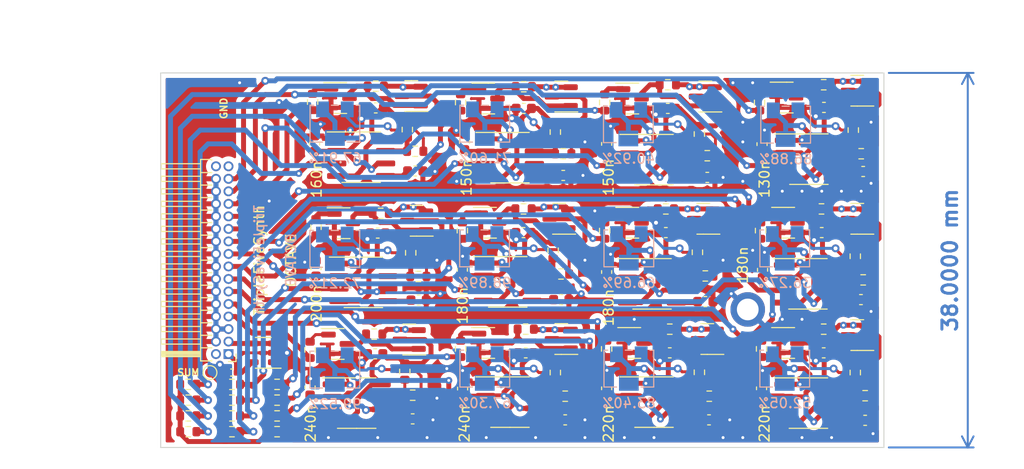
<source format=kicad_pcb>
(kicad_pcb (version 20211014) (generator pcbnew)
  (layers (0 "F.Cu" signal) (1 "In1.Cu" power) (2 "In2.Cu" power) (31 "B.Cu" signal) (34 "B.Paste" user) (35 "F.Paste" user) (36 "B.SilkS" user "B.Silkscreen") (37 "F.SilkS" user "F.Silkscreen") (38 "B.Mask" user) (39 "F.Mask" user) (44 "Edge.Cuts" user))
  (net 0 "")
  (net 1 "GND")
  (net 2 "Net-(Q201-Pad1)")
  (net 3 "+5V")
  (net 4 "Net-(Q301-Pad1)")
  (net 5 "/GATEC")
  (net 6 "/OUTC")
  (net 7 "/GATECS")
  (net 8 "/OUTCS")
  (net 9 "/GATED")
  (net 10 "/OUTD")
  (net 11 "/GATEDS")
  (net 12 "/OUTDS")
  (net 13 "/GATEE")
  (net 14 "/OUTE")
  (net 15 "/GATEF")
  (net 16 "/OUTF")
  (net 17 "/GATEFS")
  (net 18 "/OUTFS")
  (net 19 "/GATEG")
  (net 20 "/OUTEG")
  (net 21 "/GATEGS")
  (net 22 "/OUTGS")
  (net 23 "/GATEA")
  (net 24 "/OUTA")
  (net 25 "/GATEAS")
  (net 26 "/OUTAS")
  (net 27 "/GATEB")
  (net 28 "/OUTB")
  (net 29 "Net-(Q401-Pad1)")
  (net 30 "Net-(Q501-Pad1)")
  (net 31 "Net-(Q601-Pad1)")
  (net 32 "Net-(Q701-Pad1)")
  (net 33 "Net-(Q801-Pad1)")
  (net 34 "Net-(Q901-Pad1)")
  (net 35 "Net-(Q1001-Pad1)")
  (net 36 "Net-(Q1101-Pad1)")
  (net 37 "Net-(Q1201-Pad1)")
  (net 38 "Net-(Q1301-Pad1)")
  (net 39 "Net-(R204-Pad1)")
  (net 40 "Net-(R304-Pad1)")
  (net 41 "Net-(R404-Pad1)")
  (net 42 "Net-(R504-Pad1)")
  (net 43 "Net-(R604-Pad1)")
  (net 44 "Net-(R704-Pad1)")
  (net 45 "Net-(R804-Pad1)")
  (net 46 "Net-(R904-Pad1)")
  (net 47 "Net-(R1004-Pad1)")
  (net 48 "Net-(R1104-Pad1)")
  (net 49 "Net-(R1204-Pad1)")
  (net 50 "Net-(R1304-Pad1)")
  (net 51 "/Voice2/555PWR")
  (net 52 "/Voice2/CV")
  (net 53 "/Voice2/TR")
  (net 54 "/Voice1/555PWR")
  (net 55 "/Voice1/CV")
  (net 56 "/Voice1/TR")
  (net 57 "/Voice/555PWR")
  (net 58 "/Voice/CV")
  (net 59 "/Voice/TR")
  (net 60 "/Voice5/555PWR")
  (net 61 "/Voice5/CV")
  (net 62 "/Voice5/TR")
  (net 63 "/Voice4/555PWR")
  (net 64 "/Voice4/CV")
  (net 65 "/Voice4/TR")
  (net 66 "/Voice6/555PWR")
  (net 67 "/Voice6/CV")
  (net 68 "/Voice6/TR")
  (net 69 "/Voice7/555PWR")
  (net 70 "/Voice7/CV")
  (net 71 "/Voice7/TR")
  (net 72 "/Voice9/555PWR")
  (net 73 "/Voice9/CV")
  (net 74 "/Voice9/TR")
  (net 75 "/Voice11/555PWR")
  (net 76 "/Voice11/CV")
  (net 77 "/Voice11/TR")
  (net 78 "/Voice10/555PWR")
  (net 79 "/Voice10/CV")
  (net 80 "/Voice10/TR")
  (net 81 "/Voice8/555PWR")
  (net 82 "/Voice8/CV")
  (net 83 "/Voice8/TR")
  (net 84 "/Voice3/555PWR")
  (net 85 "/Voice3/CV")
  (net 86 "/Voice3/TR")
  (net 87 "/Voice2/SWEN")
  (net 88 "/Voice1/SWEN")
  (net 89 "/Voice/SWEN")
  (net 90 "/Voice5/SWEN")
  (net 91 "/Voice4/SWEN")
  (net 92 "/Voice6/SWEN")
  (net 93 "/Voice7/SWEN")
  (net 94 "/Voice9/SWEN")
  (net 95 "/Voice11/SWEN")
  (net 96 "/Voice10/SWEN")
  (net 97 "/Voice8/SWEN")
  (net 98 "/Voice3/SWEN")
  (net 99 "/Voice2/DIS")
  (net 100 "/Voice1/DIS")
  (net 101 "/Voice/DIS")
  (net 102 "/Voice5/DIS")
  (net 103 "/Voice4/DIS")
  (net 104 "/Voice6/DIS")
  (net 105 "/Voice7/DIS")
  (net 106 "/Voice9/DIS")
  (net 107 "/Voice11/DIS")
  (net 108 "/Voice10/DIS")
  (net 109 "/Voice8/DIS")
  (net 110 "/Voice3/DIS")
  (net 111 "/SUM")
  (net 112 "/OUTSUM")
  (footprint "Resistor_SMD:R_0603_1608Metric" (layer "F.Cu") (at 55 30.35 180)
    (fp_text reference "R902")
    (fp_text value "10k")
  )
  (footprint "Resistor_SMD:R_0603_1608Metric" (layer "F.Cu") (at 73.2 35 90)
    (fp_text reference "R1103")
    (fp_text value "1k")
  )
  (footprint "Resistor_SMD:R_0603_1608Metric" (layer "F.Cu") (at 36 65.4)
    (fp_text reference "R112")
    (fp_text value "10k")
  )
  (footprint "Resistor_SMD:R_0603_1608Metric" (layer "F.Cu") (at 63.6 32 -90)
    (fp_text reference "R1101")
    (fp_text value "10k")
  )
  (footprint "Resistor_SMD:R_0603_1608Metric" (layer "F.Cu") (at 70.2 55 180)
    (fp_text reference "R302")
    (fp_text value "10k")
  )
  (footprint "Resistor_SMD:R_0603_1608Metric" (layer "F.Cu") (at 84.6 30.2 180)
    (fp_text reference "R1002")
    (fp_text value "10k")
  )
  (footprint "Capacitor_SMD:C_0603_1608Metric" (layer "F.Cu") (at 55 32.55 180)
    (fp_text reference "C901")
    (fp_text value "100n")
  )
  (footprint "Package_TO_SOT_SMD:SOT-23-5" (layer "F.Cu") (at 43.6 57.4 180)
    (fp_text reference "U101")
    (fp_text value "LMV321")
  )
  (footprint "Resistor_SMD:R_0603_1608Metric" (layer "F.Cu") (at 48.34225 57.09952 -90)
    (fp_text reference "R401")
    (fp_text value "10k")
  )
  (footprint "Capacitor_SMD:C_0603_1608Metric" (layer "F.Cu") (at 48.34225 60.89952 90)
    (fp_text reference "C403")
    (fp_text value "${c_val}")
  )
  (footprint "Package_TO_SOT_SMD:SOT-23" (layer "F.Cu") (at 96.8 56.4)
    (fp_text reference "Q1301")
    (fp_text value "MMBT3904")
  )
  (footprint "Package_TO_SOT_SMD:SOT-23" (layer "F.Cu") (at 81 44.2)
    (fp_text reference "Q601")
    (fp_text value "MMBT3904")
  )
  (footprint "Capacitor_SMD:C_0603_1608Metric" (layer "F.Cu") (at 84.8 57.4 180)
    (fp_text reference "C201")
    (fp_text value "100n")
  )
  (footprint "Resistor_SMD:R_0603_1608Metric" (layer "F.Cu") (at 70 30.4 180)
    (fp_text reference "R1102")
    (fp_text value "10k")
  )
  (footprint "Resistor_SMD:R_0603_1608Metric" (layer "F.Cu") (at 54.84225 55.5 180)
    (fp_text reference "R402")
    (fp_text value "10k")
  )
  (footprint "Resistor_SMD:R_0603_1608Metric" (layer "F.Cu") (at 63.775 45 -90)
    (fp_text reference "R701")
    (fp_text value "10k")
  )
  (footprint "Package_SO:SOIC-8_3.9x4.9mm_P1.27mm" (layer "F.Cu") (at 83.2 62.4)
    (fp_text reference "U201")
    (fp_text value "NE555D")
  )
  (footprint "Package_TO_SOT_SMD:SOT-23" (layer "F.Cu") (at 88.4 31.4 180)
    (fp_text reference "Q1002")
    (fp_text value "BSS84")
  )
  (footprint "Capacitor_SMD:C_0603_1608Metric" (layer "F.Cu") (at 104.4 39)
    (fp_text reference "C1202")
    (fp_text value "0.01u")
  )
  (footprint "Resistor_SMD:R_0603_1608Metric" (layer "F.Cu") (at 59 36.95 180)
    (fp_text reference "R904")
    (fp_text value "9k")
  )
  (footprint "Package_SO:SOIC-8_3.9x4.9mm_P1.27mm" (layer "F.Cu") (at 68.6 62.4)
    (fp_text reference "U301")
    (fp_text value "NE555D")
  )
  (footprint "Resistor_SMD:R_0603_1608Metric" (layer "F.Cu") (at 87.8 35.2 90)
    (fp_text reference "R1003")
    (fp_text value "1k")
  )
  (footprint "Resistor_SMD:R_0603_1608Metric" (layer "F.Cu") (at 58.2 34.75 90)
    (fp_text reference "R903")
    (fp_text value "1k")
  )
  (footprint "Resistor_SMD:R_0603_1608Metric" (layer "F.Cu") (at 36 62.2)
    (fp_text reference "R110")
    (fp_text value "10k")
  )
  (footprint "Package_TO_SOT_SMD:SOT-23" (layer "F.Cu") (at 58.6 31.35 180)
    (fp_text reference "Q902")
    (fp_text value "BSS84")
  )
  (footprint "Capacitor_SMD:C_0603_1608Metric" (layer "F.Cu") (at 94.1 61 90)
    (fp_text reference "C1303")
    (fp_text value "${c_val}")
  )
  (footprint "Resistor_SMD:R_0603_1608Metric" (layer "F.Cu") (at 40.425 60.6)
    (fp_text reference "R106")
    (fp_text value "10k")
  )
  (footprint "Capacitor_SMD:C_0603_1608Metric" (layer "F.Cu") (at 69.975 45.2 180)
    (fp_text reference "C701")
    (fp_text value "100n")
  )
  (footprint "Capacitor_SMD:C_0603_1608Metric" (layer "F.Cu") (at 78.4 36.2 90)
    (fp_text reference "C1003")
    (fp_text value "${c_val}")
  )
  (footprint "Resistor_SMD:R_0603_1608Metric" (layer "F.Cu") (at 36 60.6)
    (fp_text reference "R109")
    (fp_text value "10k")
  )
  (footprint "Resistor_SMD:R_0603_1608Metric" (layer "F.Cu") (at 69.975 42.8 180)
    (fp_text reference "R702")
    (fp_text value "10k")
  )
  (footprint "Capacitor_SMD:C_0603_1608Metric" (layer "F.Cu") (at 59 38.95)
    (fp_text reference "C902")
    (fp_text value "0.01u")
  )
  (footprint "Package_SO:SOIC-8_3.9x4.9mm_P1.27mm" (layer "F.Cu") (at 53.06725 62.49952)
    (fp_text reference "U401")
    (fp_text value "NE555D")
  )
  (footprint "Resistor_SMD:R_0603_1608Metric" (layer "F.Cu") (at 103.6 59.4 90)
    (fp_text reference "R1303")
    (fp_text value "1k")
  )
  (footprint "Package_SO:SOIC-8_3.9x4.9mm_P1.27mm" (layer "F.Cu") (at 98.8 50.4)
    (fp_text reference "U801")
    (fp_text value "NE555D")
  )
  (footprint "Resistor_SMD:R_0603_1608Metric" (layer "F.Cu") (at 40.425 62.2)
    (fp_text reference "R105")
    (fp_text value "10k")
  )
  (footprint "Package_TO_SOT_SMD:SOT-23" (layer "F.Cu") (at 66.4 56.4)
    (fp_text reference "Q301")
    (fp_text value "MMBT3904")
  )
  (footprint "Resistor_SMD:R_0603_1608Metric" (layer "F.Cu") (at 104.2 37.2 180)
    (fp_text reference "R1204")
    (fp_text value "9k")
  )
  (footprint "Capacitor_SMD:C_0603_1608Metric" (layer "F.Cu") (at 70.2 57.4 180)
    (fp_text reference "C301")
    (fp_text value "100n")
  )
  (footprint "Package_TO_SOT_SMD:SOT-23" (layer "F.Cu") (at 66.4 31.6)
    (fp_text reference "Q1101")
    (fp_text value "MMBT3904")
  )
  (footprint "Resistor_SMD:R_0603_1608Metric" (layer "F.Cu") (at 40.425 63.8)
    (fp_text reference "R107")
    (fp_text value "10k")
  )
  (footprint "Resistor_SMD:R_0603_1608Metric" (layer "F.Cu") (at 94 45 -90)
    (fp_text reference "R801")
    (fp_text value "10k")
  )
  (footprint "Resistor_SMD:R_0603_1608Metric" (layer "F.Cu") (at 100.4 55 180)
    (fp_text reference "R1302")
    (fp_text value "10k")
  )
  (footprint "Capacitor_SMD:C_0603_1608Metric" (layer "F.Cu") (at 94.2 48.975 90)
    (fp_text reference "C803")
    (fp_text value "${c_val}")
  )
  (footprint "Capacitor_SMD:C_0603_1608Metric" (layer "F.Cu") (at 63.775 48.975 90)
    (fp_text reference "C703")
    (fp_text value "${c_val}")
  )
  (footprint "Resistor_SMD:R_0603_1608Metric" (layer "F.Cu") (at 59.31725 49.65 180)
    (fp_text reference "R504")
    (fp_text value "9k")
  )
  (footprint "Package_TO_SOT_SMD:SOT-23" (layer "F.Cu") (at 51.74225 44.25)
    (fp_text reference "Q501")
    (fp_text value "MMBT3904")
  )
  (footprint "Package_TO_SOT_SMD:SOT-23" (layer "F.Cu") (at 96.65 31.5)
    (fp_text reference "Q1201")
    (fp_text value "MMBT3904")
  )
  (footprint "Resistor_SMD:R_0603_1608Metric" (layer "F.Cu") (at 58.54225 47.25 90)
    (fp_text reference "R503")
    (fp_text value "1k")
  )
  (footprint "Capacitor_SMD:C_0603_1608Metric" (layer "F.Cu") (at 64 36 90)
    (fp_text reference "C1103")
    (fp_text value "${c_val}")
  )
  (footprint "Resistor_SMD:R_0603_1608Metric" (layer "F.Cu") (at 104.6 61.75 180)
    (fp_text reference "R1304")
    (fp_text value "9k")
  )
  (footprint "Package_TO_SOT_SMD:SOT-23" (layer "F.Cu") (at 73.8 31.4 180)
    (fp_text reference "Q1102")
    (fp_text value "BSS84")
  )
  (footprint "Capacitor_SMD:C_0603_1608Metric" (layer "F.Cu") (at 78.4 49.2 90)
    (fp_text reference "C603")
    (fp_text value "${c_val}")
  )
  (footprint "Resistor_SMD:R_0603_1608Metric" (layer "F.Cu") (at 40.425 65.4)
    (fp_text reference "R108")
    (fp_text value "10k")
  )
  (footprint "Capacitor_SMD:C_0603_1608Metric" (layer "F.Cu") (at 59.34225 52.05)
    (fp_text reference "C502")
    (fp_text value "0.01u")
  )
  (footprint "Package_TO_SOT_SMD:SOT-23" (layer "F.Cu") (at 59.14225 44 180)
    (fp_text reference "Q502")
    (fp_text value "BSS84")
  )
  (footprint "Resistor_SMD:R_0603_1608Metric" (layer "F.Cu") (at 55.5 43.25 180)
    (fp_text reference "R502")
    (fp_text value "10k")
  )
  (footprint "Resistor_SMD:R_0603_1608Metric" (layer "F.Cu") (at 45 65.4)
    (fp_text reference "R101")
    (fp_text value "10k")
  )
  (footprint "Resistor_SMD:R_0603_1608Metric" (layer "F.Cu") (at 88.4 49.6 180)
    (fp_text reference "R604")
    (fp_text value "9k")
  )
  (footprint "Capacitor_SMD:C_0603_1608Metric" (layer "F.Cu") (at 88.775 64.2)
    (fp_text reference "C202")
    (fp_text value "0.01u")
  )
  (footprint "Capacitor_SMD:C_0603_1608Metric" (layer "F.Cu") (at 58.74225 64.09952)
    (fp_text reference "C402")
    (fp_text value "0.01u")
  )
  (footprint "Capacitor_SMD:C_0603_1608Metric" (layer "F.Cu") (at 78.4 61 90)
    (fp_text reference "C203")
    (fp_text value "${c_val}")
  )
  (footprint "Resistor_SMD:R_0603_1608Metric" (layer "F.Cu") (at 103.6 47.6 90)
    (fp_text reference "R803")
    (fp_text value "1k")
  )
  (footprint "Package_TO_SOT_SMD:SOT-23" (layer "F.Cu") (at 51.14225 56.49952)
    (fp_text reference "Q401")
    (fp_text value "MMBT3904")
  )
  (footprint "Resistor_SMD:R_0603_1608Metric" (layer "F.Cu") (at 74.2 61.8 180)
    (fp_text reference "R304")
    (fp_text value "9k")
  )
  (footprint "Resistor_SMD:R_0603_1608Metric" (layer "F.Cu") (at 87.6 47.2 90)
    (fp_text reference "R603")
    (fp_text value "1k")
  )
  (footprint "Package_TO_SOT_SMD:SOT-23" (layer "F.Cu") (at 66.575 44.2)
    (fp_text reference "Q701")
    (fp_text value "MMBT3904")
  )
  (footprint "Resistor_SMD:R_0603_1608Metric" (layer "F.Cu") (at 88.8 61.8 180)
    (fp_text reference "R204")
    (fp_text value "9k")
  )
  (footprint "Package_TO_SOT_SMD:SOT-23" (layer "F.Cu") (at 103.8 43.8 180)
    (fp_text reference "Q802")
    (fp_text value "BSS84")
  )
  (footprint "Capacitor_SMD:C_0603_1608Metric" (layer "F.Cu") (at 84.4 45.2 180)
    (fp_text reference "C601")
    (fp_text value "100n")
  )
  (footprint "Package_TO_SOT_SMD:SOT-23" (layer "F.Cu") (at 103.8 30.8 180)
    (fp_text reference "Q1202")
    (fp_text value "BSS84")
  )
  (footprint "Capacitor_SMD:C_0603_1608Metric" (layer "F.Cu") (at 54.94225 57.49952 180)
    (fp_text reference "C401")
    (fp_text value "100n")
  )
  (footprint "Resistor_SMD:R_0603_1608Metric" (layer "F.Cu") (at 103.4 34.8 90)
    (fp_text reference "R1203")
    (fp_text value "1k")
  )
  (footprint "Package_TO_SOT_SMD:SOT-23" (layer "F.Cu") (at 103.8 55.6 180)
    (fp_text reference "Q1302")
    (fp_text value "BSS84")
  )
  (footprint "Capacitor_SMD:C_0603_1608Metric" (layer "F.Cu") (at 88.4 52.2)
    (fp_text reference "C602")
    (fp_text value "0.01u")
  )
  (footprint "Resistor_SMD:R_0603_1608Metric" (layer "F.Cu") (at 84.8 55 180)
    (fp_text reference "R202")
    (fp_text value "10k")
  )
  (footprint "Resistor_SMD:R_0603_1608Metric" (layer "F.Cu") (at 45 63.8)
    (fp_text reference "R102")
    (fp_text value "10k")
  )
  (footprint "Capacitor_SMD:C_0402_1005Metric" (layer "F.Cu") (at 40.4 59.4 180)
    (fp_text reference "C101")
    (fp_text value "100n")
  )
  (footprint "Capacitor_SMD:C_0603_1608Metric" (layer "F.Cu") (at 84.6 32.6 180)
    (fp_text reference "C1001")
    (fp_text value "100n")
  )
  (footprint "Resistor_SMD:R_0603_1608Metric" (layer "F.Cu") (at 78.4 57 -90)
    (fp_text reference "R201")
    (fp_text value "10k")
  )
  (footprint "Resistor_SMD:R_0603_1608Metric" (layer "F.Cu") (at 100.4 30.2 180)
    (fp_text reference "R1202")
    (fp_text value "10k")
  )
  (footprint "Package_TO_SOT_SMD:SOT-23" (layer "F.Cu") (at 81.2 56.4)
    (fp_text reference "Q201")
    (fp_text value "MMBT3904")
  )
  (footprint "Capacitor_SMD:C_0603_1608Metric" (layer "F.Cu") (at 74.2 64.2)
    (fp_text reference "C302")
    (fp_text value "0.01u")
  )
  (footprint "Package_TO_SOT_SMD:SOT-23" (layer "F.Cu") (at 51.4 31.55)
    (fp_text reference "Q901")
    (fp_text value "MMBT3904")
  )
  (footprint "Package_SO:SOIC-8_3.9x4.9mm_P1.27mm" (layer "F.Cu") (at 53.74225 50.25)
    (fp_text reference "U501")
    (fp_text value "NE555D")
  )
  (footprint "Resistor_SMD:R_0603_1608Metric" (layer "F.Cu") (at 57.94225 59.29952 90)
    (fp_text reference "R403")
    (fp_text value "1k")
  )
  (footprint "Resistor_SMD:R_0603_1608Metric" (layer "F.Cu") (at 78.2 45 -90)
    (fp_text reference "R601")
    (fp_text value "10k")
  )
  (footprint "Capacitor_SMD:C_0603_1608Metric" (layer "F.Cu") (at 48.8 36.175 90)
    (fp_text reference "C903")
    (fp_text value "${c_val}")
  )
  (footprint "Resistor_SMD:R_0603_1608Metric" (layer "F.Cu") (at 74 37.2 180)
    (fp_text reference "R1104")
    (fp_text value "9k")
  )
  (footprint "Resistor_SMD:R_0603_1608Metric" (layer "F.Cu") (at 72.975 47 90)
    (fp_text reference "R703")
    (fp_text value "1k")
  )
  (footprint "Resistor_SMD:R_0603_1608Metric" (layer "F.Cu") (at 104.4 50 180)
    (fp_text reference "R804")
    (fp_text value "9k")
  )
  (footprint "Package_SO:SOIC-8_3.9x4.9mm_P1.27mm" (layer "F.Cu") (at 98.85 62.5)
    (fp_text reference "U1301")
    (fp_text value "NE555D")
  )
  (footprint "Resistor_SMD:R_0603_1608Metric" (layer "F.Cu") (at 45 62.2)
    (fp_text reference "R103")
    (fp_text value "10k")
  )
  (footprint "Resistor_SMD:R_0603_1608Metric" (layer "F.Cu") (at 87.8 59.375 90)
    (fp_text reference "R203")
    (fp_text value "1k")
  )
  (footprint "Capacitor_SMD:C_0603_1608Metric" (layer "F.Cu") (at 63.8 61.025 90)
    (fp_text reference "C303")
    (fp_text value "${c_val}")
  )
  (footprint "Resistor_SMD:R_0603_1608Metric" (layer "F.Cu") (at 36 63.8)
    (fp_text reference "R111")
    (fp_text value "10k")
  )
  (footprint "Package_TO_SOT_SMD:SOT-23" (layer "F.Cu") (at 73.8 56 180)
    (fp_text reference "Q302")
    (fp_text value "BSS84")
  )
  (footprint "Capacitor_SMD:C_0603_1608Metric" (layer "F.Cu") (at 88.6 39.6)
    (fp_text reference "C1002")
    (fp_text value "0.01u")
  )
  (footprint "Resistor_SMD:R_0603_1608Metric" (layer "F.Cu") (at 48.94225 44.65 -90)
    (fp_text reference "R501")
    (fp_text value "10k")
  )
  (footprint "Resistor_SMD:R_0603_1608Metric" (layer "F.Cu") (at 94.1 57 -90)
    (fp_text reference "R1301")
    (fp_text value "10k")
  )
  (footprint "Resistor_SMD:R_0603_1608Metric" (layer "F.Cu") (at 45 60.6)
    (fp_text reference "R104")
    (fp_text value "10k")
  )
  (footprint "Package_SO:SOIC-8_3.9x4.9mm_P1.27mm" (layer "F.Cu") (at 98.9 37.75)
    (fp_text reference "U1201")
    (fp_text value "NE555D")
  )
  (footprint "Package_SO:SOIC-8_3.9x4.9mm_P1.27mm" (layer "F.Cu") (at 83 50.4)
    (fp_text reference "U601")
    (fp_text value "NE555D")
  )
  (footprint "MountingHole:MountingHole_2.2mm_M2_ISO7380_Pad" (layer "F.Cu") (at 92.7 53)
    (fp_text reference "H101" hide)
    (fp_text value "MountingHole_Pad")
  )
  (footprint "Package_TO_SOT_SMD:SOT-23" (layer "F.Cu") (at 58.39225 56.04952 180)
    (fp_text reference "Q402")
    (fp_text value "BSS84")
  )
  (footprint "Resistor_SMD:R_0603_1608Metric" (layer "F.Cu") (at 93.9 32 -90)
    (fp_text reference "R1201")
    (fp_text value "10k")
  )
  (footprint "Package_SO:SOIC-8_3.9x4.9mm_P1.27mm" (layer "F.Cu") (at 68.6 37.6)
    (fp_text reference "U1101")
    (fp_text value "NE555D")
  )
  (footprint "Resistor_SMD:R_0603_1608Metric" (layer "F.Cu") (at 73.2 59.4 90)
    (fp_text reference "R303")
    (fp_text value "1k")
  )
  (footprint "Capacitor_SMD:C_0603_1608Metric" (layer "F.Cu") (at 104.6 64.25)
    (fp_text reference "C1302")
    (fp_text value "0.01u")
  )
  (footprint "Capacitor_SMD:C_0603_1608Metric" (layer "F.Cu") (at 104.175 52)
    (fp_text reference "C802")
    (fp_text value "0.01u")
  )
  (footprint "Resistor_SMD:R_0603_1608Metric" (layer "F.Cu") (at 84.4 42.8 180)
    (fp_text reference "R602")
    (fp_text value "10k")
  )
  (footprint "Package_SO:SOIC-8_3.9x4.9mm_P1.27mm" (layer "F.Cu") (at 68.375 50.2)
    (fp_text reference "U701")
    (fp_text value "NE555D")
  )
  (footprint "Package_TO_SOT_SMD:SOT-23" (layer "F.Cu") (at 96.8 44.2)
    (fp_text reference "Q801")
    (fp_text value "MMBT3904")
  )
  (footprint "Capacitor_SMD:C_0603_1608Metric" (layer "F.Cu") (at 100.425 32.5 180)
    (fp_text reference "C1201")
    (fp_text value "100n")
  )
  (footprint "Capacitor_SMD:C_0603_1608Metric" (layer "F.Cu") (at 74 39.4)
    (fp_text reference "C1102")
    (fp_text value "0.01u")
  )
  (footprint "Package_SO:SOIC-8_3.9x4.9mm_P1.27mm" (layer "F.Cu") (at 83.2 37.8)
    (fp_text reference "U1001")
    (fp_text value "NE555D")
  )
  (footprint "Connector_PinHeader_1.27mm:PinHeader_2x16_P1.27mm_Horizontal" (layer "F.Cu") (at 40.075 57.525 180)
    (fp_text reference "J101")
    (fp_text value "OctaveIO")
  )
  (footprint "Capacitor_SMD:C_0603_1608Metric" (layer "F.Cu") (at 100.4 57.4 180)
    (fp_text reference "C1301")
    (fp_text value "100n")
  )
  (footprint "Package_TO_SOT_SMD:SOT-23" (layer "F.Cu") (at 88.6 56 180)
    (fp_text reference "Q202")
    (fp_text value "BSS84")
  )
  (footprint "Capacitor_SMD:C_0603_1608Metric" (layer "F.Cu") (at 73.8 52)
    (fp_text reference "C702")
    (fp_text value "0.01u")
  )
  (footprint "Capacitor_SMD:C_0603_1608Metric" (layer "F.Cu") (at 55.2 45.25 180)
    (fp_text reference "C501")
    (fp_text value "100n")
  )
  (footprint "Resistor_SMD:R_0603_1608Metric" (layer "F.Cu") (at 58.74225 61.69952 180)
    (fp_text reference "R404")
    (fp_text value "9k")
  )
  (footprint "Resistor_SMD:R_0603_1608Metric" (layer "F.Cu") (at 73.775 49.4 180)
    (fp_text reference "R704")
    (fp_text value "9k")
  )
  (footprint "Capacitor_SMD:C_0603_1608Metric" (layer "F.Cu") (at 48.94225 48.825 90)
    (fp_text reference "C503")
    (fp_text value "${c_val}")
  )
  (footprint "Resistor_SMD:R_0603_1608Metric" (layer "F.Cu") (at 100.175 42.8 180)
    (fp_text reference "R802")
    (fp_text value "10k")
  )
  (footprint "Resistor_SMD:R_0603_1608Metric" (layer "F.Cu") (at 88.6 37.4 180)
    (fp_text reference "R1004")
    (fp_text value "9k")
  )
  (footprint "TestPoint:TestPoint_Pad_D1.0mm" (layer "F.Cu") (at 38.2 59.4)
    (fp_text reference "TP101")
    (fp_text value "SUM")
  )
  (footprint "Capacitor_SMD:C_0603_1608Metric" (layer "F.Cu") (at 100.2 45.2 180)
    (fp_text reference "C801")
    (fp_text value "100n")
  )
  (footprint "Package_TO_SOT_SMD:SOT-23" (layer "F.Cu") (at 81 31.6)
    (fp_text reference "Q1001")
    (fp_text value "MMBT3904")
  )
  (footprint "Capacitor_SMD:C_0603_1608Metric" (layer "F.Cu") (at 70 32.6 180)
    (fp_text reference "C1101")
    (fp_text value "100n")
  )
  (footprint "Resistor_SMD:R_0603_1608Metric" (layer "F.Cu") (at 78.2 32 -90)
    (fp_text reference "R1001")
    (fp_text value "10k")
  )
  (footprint "Package_TO_SOT_SMD:SOT-23" (layer "F.Cu") (at 73.575 43.8 180)
    (fp_text reference "Q702")
    (fp_text value "BSS84")
  )
  (footprint "Package_SO:SOIC-8_3.9x4.9mm_P1.27mm" (layer "F.Cu") (at 53.51775 37.55)
    (fp_text reference "U901")
    (fp_text value "NE555D")
  )
  (footprint "Package_TO_SOT_SMD:SOT-23" (layer "F.Cu") (at 88.2 43.8 180)
    (fp_text reference "Q602")
    (fp_text value "BSS84")
  )
  (footprint "Resistor_SMD:R_0603_1608Metric" (layer "F.Cu") (at 48.6 31.95 -90)
    (fp_text reference "R901")
    (fp_text value "10k")
  )
  (footprint "Resistor_SMD:R_0603_1608Metric" (layer "F.Cu") (at 63.6 57 -90)
    (fp_text reference "R301")
    (fp_text value "10k")
  )
  (footprint "Capacitor_SMD:C_0603_1608Metric" (layer "F.Cu") (at 94.15 36.225 90)
    (fp_text reference "C1203")
    (fp_text value "${c_val}")
  )
  (footprint "TripleFiveSynth:Potentiometer_Bourns_3224W_Vertical" (layer "B.Cu") (at 80.65 46.8 180)
    (fp_text reference "TR601")
    (fp_text value "${r_val}")
  )
  (footprint "TripleFiveSynth:Potentiometer_Bourns_3224W_Vertical" (layer "B.Cu") (at 96.45 59 180)
    (fp_text reference "TR1301")
    (fp_text value "${r_val}")
  )
  (footprint "TripleFiveSynth:Potentiometer_Bourns_3224W_Vertical" (layer "B.Cu") (at 96.54225 34.25 180)
    (fp_text reference "TR1201")
    (fp_text value "${r_val}")
  )
  (footprint "TripleFiveSynth:Potentiometer_Bourns_3224W_Vertical" (layer "B.Cu") (at 66.05 34.15 180)
    (fp_text reference "TR1101")
    (fp_text value "${r_val}")
  )
  (footprint "TripleFiveSynth:Potentiometer_Bourns_3224W_Vertical" (layer "B.Cu") (at 50.85 59.09952 180)
    (fp_text reference "TR401")
    (fp_text value "${r_val}")
  )
  (footprint "TripleFiveSynth:Potentiometer_Bourns_3224W_Vertical" (layer "B.Cu") (at 50.86 34.15 180)
    (fp_text reference "TR901")
    (fp_text value "${r_val}")
  )
  (footprint "TripleFiveSynth:Potentiometer_Bourns_3224W_Vertical" (layer "B.Cu") (at 66.025 46.8 180)
    (fp_text reference "TR701")
    (fp_text value "${r_val}")
  )
  (footprint "TripleFiveSynth:Potentiometer_Bourns_3224W_Vertical" (layer "B.Cu") (at 80.65 59 180)
    (fp_text reference "TR201")
    (fp_text value "${r_val}")
  )
  (footprint "TripleFiveSynth:Potentiometer_Bourns_3224W_Vertical" (layer "B.Cu") (at 96.45 46.8 180)
    (fp_text reference "TR801")
    (fp_text value "${r_val}")
  )
  (footprint "TripleFiveSynth:Potentiometer_Bourns_3224W_Vertical" (layer "B.Cu") (at 50.85 46.85 180)
    (fp_text reference "TR501")
    (fp_text value "${r_val}")
  )
  (footprint "TripleFiveSynth:Potentiometer_Bourns_3224W_Vertical" (layer "B.Cu") (at 80.6 34.2 180)
    (fp_text reference "TR1001")
    (fp_text value "${r_val}")
  )
  (footprint "TripleFiveSynth:Potentiometer_Bourns_3224W_Vertical" (layer "B.Cu") (at 66.05 59 180)
    (fp_text reference "TR301")
    (fp_text value "${r_val}")
  )
  (gr_line (start 106.5 67) (end 106.5 29) (layer "Edge.Cuts") (width 0.1))
  (gr_line (start 33.2 29) (end 33.2 67) (layer "Edge.Cuts") (width 0.1))
  (gr_line (start 33.2 67) (end 106.5 67) (layer "Edge.Cuts") (width 0.1))
  (gr_line (start 106.5 29) (end 33.2 29) (layer "Edge.Cuts") (width 0.1))
  (gr_text "TripleFiveSynth\n\nOCTAVE" (at 44.8 48 90) (layer "B.SilkS") (effects (font (size 1 1)) (justify mirror)))
  (gr_text "TripleFiveSynth\n\nOCTAVE" (at 44.8 48 90) (layer "F.SilkS") (effects (font (size 1 1))))
  (gr_text "GND" (at 39.6 32.6 90) (layer "F.SilkS") (effects (font (size 0.7 0.7))))
  (dimension (type aligned) (layer "B.Cu") (pts (xy 106.5 67) (xy 106.5 29)) (height 8.5) (gr_text "38.0000 mm" (at 113.2 48 90) (layer "B.Cu") (effects (font (size 1.5 1.5) (thickness 0.3)))) (format (units 3) (units_format 1) (precision 4)) (style (thickness 0.2) (arrow_length 1.27) (text_position_mode 0) (extension_height 0.58642) (extension_offset 0.5) keep_text_aligned))
  (segment (start 80.1125 45.2) (end 80.0625 45.15) (width 0.5) (layer "F.Cu") (net 1))
  (segment (start 51.586236 35.645) (end 52.420996 34.81024) (width 0.5) (layer "F.Cu") (net 1))
  (segment (start 78.4 47.8) (end 78.8 47.4) (width 0.5) (layer "F.Cu") (net 1))
  (segment (start 99.65 32.5) (end 95.7625 32.5) (width 0.5) (layer "F.Cu") (net 1))
  (segment (start 65.4625 57.35) (end 69.375 57.35) (width 0.5) (layer "F.Cu") (net 1))
  (segment (start 54.425 45.579441) (end 54.15243 45.852011) (width 0.5) (layer "F.Cu") (net 1))
  (segment (start 83.975 57.35) (end 84.025 57.4) (width 0.5) (layer "F.Cu") (net 1))
  (segment (start 66.125 60.495) (end 67.577472 60.495) (width 0.5) (layer "F.Cu") (net 1))
  (segment (start 94.1 60.225) (end 94.1 59.3) (width 0.5) (layer "F.Cu") (net 1))
  (segment (start 69.15 45.15) (end 69.2 45.2) (width 0.5) (layer "F.Cu") (net 1))
  (segment (start 78.4 59.2) (end 78.425 59.175) (width 0.5) (layer "F.Cu") (net 1))
  (segment (start 99.65 33.35) (end 99.6 33.4) (width 0.5) (layer "F.Cu") (net 1))
  (segment (start 83.625 45.2) (end 83.625 44.425) (width 0.5) (layer "F.Cu") (net 1))
  (segment (start 53.55243 33.22257) (end 53.55243 33.6505) (width 0.5) (layer "F.Cu") (net 1))
  (segment (start 39.92 59.4) (end 39.92 59.32) (width 0.5) (layer "F.Cu") (net 1))
  (segment (start 59.51725 64.09952) (end 60.69952 64.09952) (width 0.5) (layer "F.Cu") (net 1))
  (segment (start 60.11725 52.05) (end 60.881937 52.05) (width 0.5) (layer "F.Cu") (net 1))
  (segment (start 63.775 47.6245) (end 63.8 47.5995) (width 0.5) (layer "F.Cu") (net 1))
  (segment (start 99.65 32.5) (end 99.65 33.35) (width 0.5) (layer "F.Cu") (net 1))
  (segment (start 84.025 57.975) (end 83.8 58.2) (width 0.5) (layer "F.Cu") (net 1))
  (segment (start 66.125 35.695) (end 67.602182 35.695) (width 0.5) (layer "F.Cu") (net 1))
  (segment (start 105.175 40.175) (end 105.2 40.2) (width 0.5) (layer "F.Cu") (net 1))
  (segment (start 47.95 48.05) (end 47.8 48.2) (width 0.5) (layer "F.Cu") (net 1))
  (segment (start 44.7375 57.4) (end 46 57.4) (width 0.5) (layer "F.Cu") (net 1))
  (segment (start 63.775 48.2) (end 63.775 47.6245) (width 0.5) (layer "F.Cu") (net 1))
  (segment (start 75.229607 52) (end 75.829107 51.4005) (width 0.5) (layer "F.Cu") (net 1))
  (segment (start 95.7625 32.5) (end 95.7125 32.45) (width 0.5) (layer "F.Cu") (net 1))
  (segment (start 89.55 64.2) (end 90.875 64.2) (width 0.5) (layer "F.Cu") (net 1))
  (segment (start 69.375 57.35) (end 69.425 57.4) (width 0.5) (layer "F.Cu") (net 1))
  (segment (start 52.309194 60.59452) (end 52.4005 60.685826) (width 0.5) (layer "F.Cu") (net 1))
  (segment (start 54.175 32.5) (end 54.225 32.55) (width 0.5) (layer "F.Cu") (net 1))
  (segment (start 65.6375 45.15) (end 69.15 45.15) (width 0.5) (layer "F.Cu") (net 1))
  (segment (start 95.8625 45.15) (end 99.375 45.15) (width 0.5) (layer "F.Cu") (net 1))
  (segment (start 80.2625 57.35) (end 83.975 57.35) (width 0.5) (layer "F.Cu") (net 1))
  (segment (start 54.11725 57.44952) (end 54.16725 57.49952) (width 0.5) (layer "F.Cu") (net 1))
  (segment (start 48.34225 60.12452) (end 48.34225 60.079273) (width 0.5) (layer "F.Cu") (net 1))
  (segment (start 89.175 52.2) (end 90.231774 52.2) (width 0.5) (layer "F.Cu") (net 1))
  (segment (start 63.8 60.25) (end 63.8 59.2) (width 0.5) (layer "F.Cu") (net 1))
  (segment (start 94.1 59.3) (end 94.2 59.2) (width 0.5) (layer "F.Cu") (net 1))
  (segment (start 69.225 32.6) (end 69.225 33.175) (width 0.5) (layer "F.Cu") (net 1))
  (segment (start 65.5125 32.6) (end 65.4625 32.55) (width 0.5) (layer "F.Cu") (net 1))
  (segment (start 48.34225 60.079273) (end 48.3995 60.022023) (width 0.5) (layer "F.Cu") (net 1))
  (segment (start 105.375 64.25) (end 105.375 65.575) (width 0.5) (layer "F.Cu") (net 1))
  (segment (start 97.995 60.595) (end 98 60.6) (width 0.5) (layer "F.Cu") (net 1))
  (segment (start 50.4625 32.5) (end 54.175 32.5) (width 0.5) (layer "F.Cu") (net 1))
  (segment (start 50.80475 45.2) (end 54.375 45.2) (width 0.5) (layer "F.Cu") (net 1))
  (segment (start 69.2 45.851948) (end 69.237013 45.888961) (width 0.5) (layer "F.Cu") (net 1))
  (segment (start 48.8 35.3995) (end 48.8 35.4) (width 0.5) (layer "F.Cu") (net 1))
  (segment (start 94.2 48.2) (end 94.2 47.4) (width 0.5) (layer "F.Cu") (net 1))
  (segment (start 97.705 48.495) (end 98 48.2) (width 0.5) (layer "F.Cu") (net 1))
  (segment (start 60.881937 52.05) (end 61.531437 51.4005) (width 0.5) (layer "F.Cu") (net 1))
  (segment (start 98.155 35.845) (end 98.2 35.8) (width 0.5) (layer "F.Cu") (net 1))
  (segment (start 81.905 48.495) (end 82.2 48.2) (width 0.5) (layer "F.Cu") (net 1))
  (segment (start 83.825 32.6) (end 83.825 32.763488) (width 0.5) (layer "F.Cu") (net 1))
  (segment (start 67.705 48.295) (end 67.8 48.2) (width 0.5) (layer "F.Cu") (net 1))
  (segment (start 96.425 35.845) (end 98.155 35.845) (width 0.5) (layer "F.Cu") (net 1))
  (segment (start 67.602182 35.695) (end 67.6755 35.768318) (width 0.5) (layer "F.Cu") (net 1))
  (segment (start 80.725 35.895) (end 82.305 35.895) (width 0.5) (layer "F.Cu") (net 1))
  (segment (start 52.35297 48.345) (end 52.494258 48.203712) (width 0.5) (layer "F.Cu") (net 1))
  (segment (start 39.92 59.32) (end 39.2 58.6) (width 0.5) (layer "F.Cu") (net 1))
  (segment (start 83.625 44.425) (end 83.4 44.2) (width 0.5) (layer "F.Cu") (net 1))
  (segment (start 83.825 32.763488) (end 83.374221 33.214267) (width 0.5) (layer "F.Cu") (net 1))
  (segment (start 94.2 47.4) (end 94.4 47.2) (width 0.5) (layer "F.Cu") (net 1))
  (segment (start 105.175 39) (end 105.175 40.175) (width 0.5) (layer "F.Cu") (net 1))
  (segment (start 67.577472 60.495) (end 67.678312 60.39416) (width 0.5) (layer "F.Cu") (net 1))
  (segment (start 80.0625 32.55) (end 83.775 32.55) (width 0.5) (layer "F.Cu") (net 1))
  (segment (start 59.775 38.95) (end 60.95 38.95) (width 0.5) (layer "F.Cu") (net 1))
  (segment (start 74.575 52) (end 75.229607 52) (width 0.5) (layer "F.Cu") (net 1))
  (segment (start 63.608399 34.833399) (end 63.164064 34.833399) (width 0.5) (layer "F.Cu") (net 1))
  (segment (start 83.775 32.55) (end 83.825 32.6) (width 0.5) (layer "F.Cu") (net 1))
  (segment (start 104.95 52) (end 104.95 52.95) (width 0.5) (layer "F.Cu") (net 1))
  (segment (start 94.15 35.05) (end 94.4 34.8) (width 0.5) (layer "F.Cu") (net 1))
  (segment (start 105.375 65.575) (end 105.4 65.6) (width 0.5) (layer "F.Cu") (net 1))
  (segment (start 60.69952 64.09952) (end 60.8 64.2) (width 0.5) (layer "F.Cu") (net 1))
  (segment (start 51.04275 35.645) (end 51.586236 35.645) (width 0.5) (layer "F.Cu") (net 1))
  (segment (start 78.4 34.8) (end 78.8 34.4) (width 0.5) (layer "F.Cu") (net 1))
  (segment (start 51.26725 48.345) (end 52.35297 48.345) (width 0.5) (layer "F.Cu") (net 1))
  (segment (start 54.16725 57.49952) (end 54.16725 57.83275) (width 0.5) (layer "F.Cu") (net 1))
  (segment (start 74.775 39.4) (end 76 39.4) (width 0.5) (layer "F.Cu") (net 1))
  (segment (start 50.20475 57.44952) (end 54.11725 57.44952) (width 0.5) (layer "F.Cu") (net 1))
  (segment (start 74.975 64.2) (end 76.2 64.2) (width 0.5) (layer "F.Cu") (net 1))
  (segment (start 54.225 32.55) (end 53.55243 33.22257) (width 0.5) (layer "F.Cu") (net 1))
  (segment (start 54.16725 57.83275) (end 53.6 58.4) (width 0.5) (layer "F.Cu") (net 1))
  (segment (start 83.625 45.2) (end 80.1125 45.2) (width 0.5) (layer "F.Cu") (net 1))
  (segment (start 82.305 35.895) (end 82.4 35.8) (width 0.5) (layer "F.Cu") (net 1))
  (segment (start 80.525 48.495) (end 81.905 48.495) (width 0.5) (layer "F.Cu") (net 1))
  (segment (start 49.4 34.2) (end 48.8 35.3995) (width 0.5) (layer "F.Cu") (net 1))
  (segment (start 90.231774 52.2) (end 91.031274 51.4005) (width 0.5) (layer "F.Cu") (net 1))
  (segment (start 69.425 57.4) (end 69.425 57.775) (width 0.5) (layer "F.Cu") (net 1))
  (segment (start 89.375 39.6) (end 90.2 39.6) (width 0.5) (layer "F.Cu") (net 1))
  (segment (start 99.375 45.15) (end 99.425 45.2) (width 0.5) (layer "F.Cu") (net 1))
  (segment (start 54.375 45.2) (end 54.425 45.25) (width 0.5) (layer "F.Cu") (net 1))
  (segment (start 99.425 45.2) (end 99.425 45.965046) (width 0.5) (layer "F.Cu") (net 1))
  (segment (start 96.375 60.595) (end 97.995 60.595) (width 0.5) (layer "F.Cu") (net 1))
  (segment (start 64 35.225) (end 63.608399 34.833399) (width 0.5) (layer "F.Cu") (net 1))
  (segment (start 96.325 48.495) (end 97.705 48.495) (width 0.5) (layer "F.Cu") (net 1))
  (segment (start 82.37 60.495) (end 82.375 60.5) (width 0.5) (layer "F.Cu") (net 1))
  (segment (start 78.4 35.425) (end 78.4 34.8) (width 0.5) (layer "F.Cu") (net 1))
  (segment (start 99.575 57.35) (end 99.625 57.4) (width 0.5) (layer "F.Cu") (net 1))
  (segment (start 78.4 48.425) (end 78.4 47.8) (width 0.5) (layer "F.Cu") (net 1))
  (segment (start 84.025 57.4) (end 84.025 57.975) (width 0.5) (layer "F.Cu") (net 1))
  (segment (start 48.94225 48.05) (end 47.95 48.05) (width 0.5) (layer "F.Cu") (net 1))
  (segment (start 78.4 60.225) (end 78.4 59.2) (width 0.5) (layer "F.Cu") (net 1))
  (segment (start 60.95 38.95) (end 61 39) (width 0.5) (layer "F.Cu") (net 1))
  (segment (start 69.2 45.2) (end 69.2 45.851948) (width 0.5) (layer "F.Cu") (net 1))
  (segment (start 69.225 33.175) (end 68.8 33.6) (width 0.5) (layer "F.Cu") (net 1))
  (segment (start 69.225 32.6) (end 65.5125 32.6) (width 0.5) (layer "F.Cu") (net 1))
  (segment (start 99.625 57.4) (end 99.625 58.175) (width 0.5) (layer "F.Cu") (net 1))
  (segment (start 95.8625 57.35) (end 99.575 57.35) (width 0.5) (layer "F.Cu") (net 1))
  (segment (start 65.9 48.295) (end 67.705 48.295) (width 0.5) (layer "F.Cu") (net 1))
  (segment (start 69.425 57.775) (end 69.004977 58.195023) (width 0.5) (layer "F.Cu") (net 1))
  (segment (start 80.725 60.495) (end 82.37 60.495) (width 0.5) (layer "F.Cu") (net 1))
  (segment (start 94.15 35.45) (end 94.15 35.05) (width 0.5) (layer "F.Cu") (net 1))
  (segment (start 99.425 45.965046) (end 99.42604 45.966086) (width 0.5) (layer "F.Cu") (net 1))
  (segment (start 54.425 45.25) (end 54.425 45.579441) (width 0.5) (layer "F.Cu") (net 1))
  (segment (start 50.59225 60.59452) (end 52.309194 60.59452) (width 0.5) (layer "F.Cu") (net 1))
  (segment (start 99.625 58.175) (end 99.6 58.2) (width 0.5) (layer "F.Cu") (net 1))
  (segment (start 104.95 52.95) (end 105.2 53.2) (width 0.5) (layer "F.Cu") (net 1))
  (via (at 71.2 66) (size 0.7) (drill 0.3) (layers "F.Cu" "B.Cu") (net 1))
  (via (at 76.2 66) (size 0.7) (drill 0.3) (layers "F.Cu" "B.Cu") (net 1))
  (via (at 69.237013 45.888961) (size 0.8) (drill 0.4) (layers "F.Cu" "B.Cu") (net 1))
  (via (at 82.375 60.5) (size 0.7) (drill 0.3) (layers "F.Cu" "B.Cu") (net 1))
  (via (at 66.2 66) (size 0.7) (drill 0.3) (layers "F.Cu" "B.Cu") (net 1))
  (via (at 94.4 47.2) (size 0.7) (drill 0.3) (layers "F.Cu" "B.Cu") (net 1))
  (via (at 91.031274 51.4005) (size 0.7) (drill 0.3) (layers "F.Cu" "B.Cu") (net 1))
  (via (at 96.2 54) (size 0.7) (drill 0.3) (layers "F.Cu" "B.Cu") (net 1))
  (via (at 78.425 59.175) (size 0.7) (drill 0.3) (layers "F.Cu" "B.Cu") (net 1))
  (via (at 98.2 35.8) (size 0.7) (drill 0.3) (layers "F.Cu" "B.Cu") (net 1))
  (via (at 47.8 48.2) (size 0.7) (drill 0.3) (layers "F.Cu" "B.Cu") (net 1))
  (via (at 92.2 34) (size 0.7) (drill 0.3) (layers "F.Cu" "B.Cu") (net 1))
  (via (at 69.004977 58.195023) (size 0.8) (drill 0.4) (layers "F.Cu" "B.Cu") (net 1))
  (via (at 81.2 54) (size 0.7) (drill 0.3) (layers "F.Cu" "B.Cu") (net 1))
  (via (at 91.2 30) (size 0.7) (drill 0.3) (layers "F.Cu" "B.Cu") (net 1))
  (via (at 53.55243 33.6505) (size 0.8) (drill 0.4) (layers "F.Cu" "B.Cu") (net 1))
  (via (at 76.2 64.2) (size 0.7) (drill 0.3) (layers "F.Cu" "B.Cu") (net 1))
  (via (at 46 57.4) (size 0.8) (drill 0.4) (layers "F.Cu" "B.Cu") (net 1))
  (via (at 98 60.6) (size 0.7) (drill 0.3) (layers "F.Cu" "B.Cu") (net 1))
  (via (at 105.2 53.2) (size 0.7) (drill 0.3) (layers "F.Cu" "B.Cu") (net 1))
  (via (at 105.2 34) (size 0.7) (drill 0.3) (layers "F.Cu" "B.Cu") (net 1))
  (via (at 105.4 65.6) (size 0.7) (drill 0.3) (layers "F.Cu" "B.Cu") (net 1))
  (via (at 52.494258 48.203712) (size 0.7) (drill 0.3) (layers "F.Cu" "B.Cu") (net 1))
  (via (at 61.531437 51.4005) (size 0.7) (drill 0.3) (layers "F.Cu" "B.Cu") (net 1))
  (via (at 67.678312 60.39416) (size 0.7) (drill 0.3) (layers "F.Cu" "B.Cu") (net 1))
  (via (at 60.8 64.2) (size 0.7) (drill 0.3) (layers "F.Cu" "B.Cu") (net 1))
  (via (at 90.2 39.6) (size 0.7) (drill 0.3) (layers "F.Cu" "B.Cu") (net 1))
  (via (at 52.420996 34.81024) (size 0.7) (drill 0.3) (layers "F.Cu" "B.Cu") (net 1))
  (via (at 63.2 40) (size 0.7) (drill 0.3) (layers "F.Cu" "B.Cu") (net 1))
  (via (at 96.2 41) (size 0.7) (drill 0.3) (layers "F.Cu" "B.Cu") (net 1))
  (via (at 92.2 40) (size 0.7) (drill 0.3) (layers "F.Cu" "B.Cu") (net 1))
  (via (at 76.2 48) (size 0.7) (drill 0.3) (layers "F.Cu" "B.Cu") (net 1))
  (via (at 44.2 42) (size 0.7) (drill 0.3) (layers "F.Cu" "B.Cu") (net 1))
  (via (at 98 48.2) (size 0.7) (drill 0.3) (layers "F.Cu" "B.Cu") (net 1))
  (via (at 98.2 66) (size 0.7) (drill 0.3) (layers "F.Cu" "B.Cu") (net 1))
  (via (at 48.3995 60.022023) (size 0.7) (drill 0.3) (layers "F.Cu" "B.Cu") (net 1))
  (via (at 53.6 58.4) (size 0.8) (drill 0.4) (layers "F.Cu" "B.Cu") (net 1))
  (via (at 49.4 34.2) (size 0.7) (drill 0.3) (layers "F.Cu" "B.Cu") (net 1))
  (via (at 78.8 34.4) (size 0.7) (drill 0.3) (layers "F.Cu" "B.Cu") (net 1))
  (via (at 39.2 58.6) (size 0.8) (drill 0.4) (layers "F.Cu" "B.Cu") (net 1))
  (via (at 100.2 41) (size 0.7) (drill 0.3) (layers "F.Cu" "B.Cu") (net 1))
  (via (at 75.829107 51.4005) (size 0.7) (drill 0.3) (layers "F.Cu" "B.Cu") (net 1))
  (via (at 92.2 36) (size 0.7) (drill 0.3) (layers "F.Cu" "B.Cu") (net 1))
  (via (at 83.2 66) (size 0.7) (drill 0.3) (layers "F.Cu" "B.Cu") (net 1))
  (via (at 67.8 48.2) (size 0.7) (drill 0.3) (layers "F.Cu" "B.Cu") (net 1))
  (via (at 62.2 59) (size 0.7) (drill 0.3) (layers "F.Cu" "B.Cu") (net 1))
  (via (at 93.2 47) (size 0.7) (drill 0.3) (layers "F.Cu" "B.Cu") (net 1))
  (via (at 90.2 66) (size 0.7) (drill 0.3) (layers "F.Cu" "B.Cu") (net 1))
  (via (at 67.6755 35.768318) (size 0.7) (drill 0.3) (layers "F.Cu" "B.Cu") (net 1))
  (via (at 83.374221 33.214267) (size 0.8) (drill 0.4) (layers "F.Cu" "B.Cu") (net 1))
  (via (at 63.8 59.2) (size 0.7) (drill 0.3) (layers "F.Cu" "B.Cu") (net 1))
  (via (at 82.2 48.2) (size 0.7) (drill 0.3) (layers "F.Cu" "B.Cu") (net 1))
  (via (at 50.2 66) (size 0.7) (drill 0.3) (layers "F.Cu" "B.Cu") (net 1))
  (via (at 55.2 66) (size 0.7) (drill 0.3) (layers "F.Cu" "B.Cu") (net 1))
  (via (at 80.2 66) (size 0.7) (drill 0.3) (layers "F.Cu" "B.Cu") (net 1))
  (via (at 94.4 34.8) (size 0.7) (drill 0.3) (layers "F.Cu" "B.Cu") (net 1))
  (via (at 93.2 30) (size 0.7) (drill 0.3) (layers "F.Cu" "B.Cu") (net 1))
  (via (at 105.2 40.2) (size 0.7) (drill 0.3) (layers "F.Cu" "B.Cu") (net 1))
  (via (at 99.6 33.4) (size 0.8) (drill 0.4) (layers "F.Cu" "B.Cu") (net 1))
  (via (at 61.2 48) (size 0.7) (drill 0.3) (layers "F.Cu" "B.Cu") (net 1))
  (via (at 41.2 30) (size 0.7) (drill 0.3) (layers "F.Cu" "B.Cu") (net 1))
  (via (at 77.2 43) (size 0.7) (drill 0.3) (layers "F.Cu" "B.Cu") (net 1))
  (via (at 101.2 66) (size 0.7) (drill 0.3) (layers "F.Cu" "B.Cu") (net 1))
  (via (at 76.2 36) (size 0.7) (drill 0.3) (layers "F.Cu" "B.Cu") (net 1))
  (via (at 98.2 41) (size 0.7) (drill 0.3) (layers "F.Cu" "B.Cu") (net 1))
  (via (at 82.4 35.8) (size 0.7) (drill 0.3) (layers "F.Cu" "B.Cu") (net 1))
  (via (at 98.2 54) (size 0.7) (drill 0.3) (layers "F.Cu" "B.Cu") (net 1))
  (via (at 61 39) (size 0.7) (drill 0.3) (layers "F.Cu" "B.Cu") (net 1))
  (via (at 102.2 41) (size 0.7) (drill 0.3) (layers "F.Cu" "B.Cu") (net 1))
  (via (at 63.164064 34.833399) (size 0.7) (drill 0.3) (layers "F.Cu" "B.Cu") (net 1))
  (via (at 52.4005 60.685826) (size 0.7) (drill 0.3) (layers "F.Cu" "B.Cu") (net 1))
  (via (at 94.2 59.2) (size 0.7) (drill 0.3) (layers "F.Cu" "B.Cu") (net 1))
  (via (at 92.2 66) (size 0.7) (drill 0.3) (layers "F.Cu" "B.Cu") (net 1))
  (via (at 76 39.4) (size 0.7) (drill 0.3) (layers "F.Cu" "B.Cu") (net 1))
  (via (at 99.42604 45.966086) (size 0.8) (drill 0.4) (layers "F.Cu" "B.Cu") (net 1))
  (via (at 61.2 62) (size 0.7) (drill 0.3) (layers "F.Cu" "B.Cu") (net 1))
  (via (at 104.2 41) (size 0.7) (drill 0.3) (layers "F.Cu" "B.Cu") (net 1))
  (via (at 45.2 32) (size 0.7) (drill 0.3) (layers "F.Cu" "B.Cu") (net 1))
  (via (at 60.2 66) (size 0.7) (drill 0.3) (layers "F.Cu" "B.Cu") (net 1))
  (via (at 83.8 58.2) (size 0.8) (drill 0.4) (layers "F.Cu" "B.Cu") (net 1))
  (via (at 68.8 33.6) (size 0.8) (drill 0.4) (layers "F.Cu" "B.Cu") (net 1))
  (via (at 90.2 48) (size 0.7) (drill 0.3) (layers "F.Cu" "B.Cu") (net 1))
  (via (at 54.15243 45.852011) (size 0.8) (drill 0.4) (layers "F.Cu" "B.Cu") (net 1))
  (via (at 83.4 44.2) (size 0.8) (drill 0.4) (layers "F.Cu" "B.Cu") (net 1))
  (via (at 63.8 47.5995) (size 0.7) (drill 0.3) (layers "F.Cu" "B.Cu") (net 1))
  (via (at 78.8 47.4) (size 0.7) (drill 0.3) (layers "F.Cu" "B.Cu") (net 1))
  (via (at 99.6 58.2) (size 0.8) (drill 0.4) (layers "F.Cu" "B.Cu") (net 1))
  (via (at 90.875 64.2) (size 0.7) (drill 0.3) (layers "F.Cu" "B.Cu") (net 1))
  (segment (start 78.675 55.35) (end 80.1625 55.35) (width 0.5) (layer "F.Cu") (net 2))
  (segment (start 80.1625 55.35) (end 80.2625 55.45) (width 0.5) (layer "F.Cu") (net 2))
  (segment (start 78.4 56.175) (end 78.4 55.625) (width 0.5) (layer "F.Cu") (net 2))
  (segment (start 78.4 55.625) (end 78.675 55.35) (width 0.5) (layer "F.Cu") (net 2))
  (segment (start 56.14374 55.02351) (end 57.125032 55.02351) (width 0.5) (layer "F.Cu") (net 3))
  (segment (start 55.66725 55.5) (end 56.14374 55.02351) (width 0.5) (layer "F.Cu") (net 3))
  (segment (start 104.6875 42.8) (end 104.7375 42.85) (width 0.5) (layer "F.Cu") (net 3))
  (segment (start 59.63025 42.6005) (end 58.800427 42.6005) (width 0.5) (layer "F.Cu") (net 3))
  (segment (start 85.625 55) (end 86.8 55) (width 0.5) (layer "F.Cu") (net 3))
  (segment (start 102.35 29.85) (end 101.575 29.85) (width 0.5) (layer "F.Cu") (net 3))
  (segment (start 41.4125 59.4) (end 42.4625 58.35) (width 0.5) (layer "F.Cu") (net 3))
  (segment (start 55.825 30.35) (end 57.655121 30.35) (width 0.5) (layer "F.Cu") (net 3))
  (segment (start 104.9375 29.85) (end 103.35 29.85) (width 0.5) (layer "F.Cu") (net 3))
  (segment (start 74.5125 42.85) (end 74.263 42.6005) (width 0.5) (layer "F.Cu") (net 3))
  (segment (start 70.825 30.4) (end 72.235213 30.4) (width 0.5) (layer "F.Cu") (net 3))
  (segment (start 40.88 59.4) (end 41.4125 59.4) (width 0.5) (layer "F.Cu") (net 3))
  (segment (start 88 55) (end 89.4875 55) (width 0.5) (layer "F.Cu") (net 3))
  (segment (start 102 54.6) (end 102.4 54.6) (width 0.5) (layer "F.Cu") (net 3))
  (segment (start 101.225 55) (end 101.6 55) (width 0.5) (layer "F.Cu") (net 3))
  (segment (start 87.8 30.4) (end 89.2875 30.4) (width 0.5) (layer "F.Cu") (net 3))
  (segment (start 101 42.8) (end 102.2 42.8) (width 0.5) (layer "F.Cu") (net 3))
  (segment (start 40.88 59.4) (end 40.88 58.33) (width 0.5) (layer "F.Cu") (net 3))
  (segment (start 89.0875 42.8) (end 89.1375 42.85) (width 0.5) (layer "F.Cu") (net 3))
  (segment (start 74.263 42.6005) (end 73.231682 42.6005) (width 0.5) (layer "F.Cu") (net 3))
  (segment (start 57.804123 30.4) (end 57.754622 30.449501) (width 0.5) (layer "F.Cu") (net 3))
  (segment (start 71.025 55) (end 71.073521 55.048521) (width 0.5) (layer "F.Cu") (net 3))
  (segment (start 71.832182 42.8) (end 72.031682 42.6005) (width 0.5) (layer "F.Cu") (net 3))
  (segment (start 101.575 29.85) (end 101.225 30.2) (width 0.5) (layer "F.Cu") (net 3))
  (segment (start 85.425 30.2) (end 86.6 30.2) (width 0.5) (layer "F.Cu") (net 3))
  (segment (start 72.235213 30.4) (end 72.284714 30.449501) (width 0.5) (layer "F.Cu") (net 3))
  (segment (start 72.031682 42.6005) (end 73.231682 42.6005) (width 0.5) (layer "F.Cu") (net 3))
  (segment (start 59.5375 30.4) (end 57.804123 30.4) (width 0.5) (layer "F.Cu") (net 3))
  (segment (start 86.8 30.4) (end 87.8 30.4) (width 0.5) (layer "F.Cu") (net 3))
  (segment (start 86.6 30.2) (end 86.8 30.4) (width 0.5) (layer "F.Cu") (net 3))
  (segment (start 57.800427 42.6005) (end 58.800427 42.6005) (width 0.5) (layer "F.Cu") (net 3))
  (segment (start 71.073521 55.048521) (end 71.95 55.048521) (width 0.5) (layer "F.Cu") (net 3))
  (segment (start 73.232181 30.45) (end 73.231682 30.449501) (width 0.5) (layer "F.Cu") (net 3))
  (segment (start 57 43.25) (end 57.6495 42.6005) (width 0.5) (layer "F.Cu") (net 3))
  (segment (start 58.067739 55.09952) (end 57.991729 55.02351) (width 0.5) (layer "F.Cu") (net 3))
  (segment (start 86.6 42.8) (end 87.6 42.8) (width 0.5) (layer "F.Cu") (net 3))
  (segment (start 103.35 29.85) (end 102.35 29.85) (width 0.5) (layer "F.Cu") (net 3))
  (segment (start 102.4 54.6) (end 103.4 54.6) (width 0.5) (layer "F.Cu") (net 3))
  (segment (start 71.95 55.048521) (end 73.15 55.048521) (width 0.5) (layer "F.Cu") (net 3))
  (segment (start 89.2875 30.4) (end 89.3375 30.45) (width 0.5) (layer "F.Cu") (net 3))
  (segment (start 40.88 58.33) (end 40.075 57.525) (width 0.5) (layer "F.Cu") (net 3))
  (segment (start 85.225 42.8) (end 86.6 42.8) (width 0.5) (layer "F.Cu") (net 3))
  (segment (start 87.6 42.8) (end 89.0875 42.8) (width 0.5) (layer "F.Cu") (net 3))
  (segment (start 57.125032 55.02351) (end 57.991729 55.02351) (width 0.5) (layer "F.Cu") (net 3))
  (segment (start 103.4 42.8) (end 104.6875 42.8) (width 0.5) (layer "F.Cu") (net 3))
  (segment (start 102.2 42.8) (end 103.4 42.8) (width 0.5) (layer "F.Cu") (net 3))
  (segment (start 57.6495 42.6005) (end 57.800427 42.6005) (width 0.5) (layer "F.Cu") (net 3))
  (segment (start 74.7375 55.05) (end 73.151479 55.05) (width 0.5) (layer "F.Cu") (net 3))
  (segment (start 60.07975 43.05) (end 59.63025 42.6005) (width 0.5) (layer "F.Cu") (net 3))
  (segment (start 72.284714 30.449501) (end 73.231682 30.449501) (width 0.5) (layer "F.Cu") (net 3))
  (segment (start 74.7375 30.45) (end 73.232181 30.45) (width 0.5) (layer "F.Cu") (net 3))
  (segment (start 103.4 54.6) (end 104.8875 54.6) (width 0.5) (layer "F.Cu") (net 3))
  (segment (start 86.8 55) (end 88 55) (width 0.5) (layer "F.Cu") (net 3))
  (segment (start 56.325 43.25) (end 57 43.25) (width 0.5) (layer "F.Cu") (net 3))
  (segment (start 57.655121 30.35) (end 57.754622 30.449501) (width 0.5) (layer "F.Cu") (net 3))
  (segment (start 70.8 42.8) (end 71.832182 42.8) (width 0.5) (layer "F.Cu") (net 3))
  (segment (start 73.151479 55.05) (end 73.15 55.048521) (width 0.5) (layer "F.Cu") (net 3))
  (segment (start 89.4875 55) (end 89.5375 55.05) (width 0.5) (layer "F.Cu") (net 3))
  (segment (start 59.32975 55.09952) (end 58.067739 55.09952) (width 0.5) (layer "F.Cu") (net 3))
  (segment (start 101.6 55) (end 102 54.6) (width 0.5) (layer "F.Cu") (net 3))
  (via (at 102.35 29.85) (size 0.7) (drill 0.3) (layers "F.Cu" "B.Cu") (net 3))
  (via (at 57.991729 55.02351) (size 0.7) (drill 0.3) (layers "F.Cu" "B.Cu") (net 3))
  (via (at 103.35 29.85) (size 0.7) (drill 0.3) (layers "F.Cu" "B.Cu") (net 3))
  (via (at 86.6 42.8) (size 0.7) (drill 0.3) (layers "F.Cu" "B.Cu") (net 3))
  (via (at 72.031682 42.6005) (size 0.7) (drill 0.3) (layers "F.Cu" "B.Cu") (net 3))
  (via (at 73.15 55.048521) (size 0.7) (drill 0.3) (layers "F.Cu" "B.Cu") (net 3))
  (via (at 57.800427 42.6005) (size 0.7) (drill 0.3) (layers "F.Cu" "B.Cu") (net 3))
  (via (at 103.4 54.6) (size 0.7) (drill 0.3) (layers "F.Cu" "B.Cu") (net 3))
  (via (at 87.8 30.4) (size 0.7) (drill 0.3) (layers "F.Cu" "B.Cu") (net 3))
  (via (at 57.125032 55.02351) (size 0.7) (drill 0.3) (layers "F.Cu" "B.Cu") (net 3))
  (via (at 73.231682 30.449501) (size 0.7) (drill 0.3) (layers "F.Cu" "B.Cu") (net 3))
  (via (at 71.95 55.048521) (size 0.7) (drill 0.3) (layers "F.Cu" "B.Cu") (net 3))
  (via (at 102.2 42.8) (size 0.7) (drill 0.3) (layers "F.Cu" "B.Cu") (net 3))
  (via (at 88 55) (size 0.7) (drill 0.3) (layers "F.Cu" "B.Cu") (net 3))
  (via (at 103.4 42.8) (size 0.7) (drill 0.3) (layers "F.Cu" "B.Cu") (net 3))
  (via (at 87.6 42.8) (size 0.7) (drill 0.3) (layers "F.Cu" "B.Cu") (net 3))
  (via (at 73.231682 42.6005) (size 0.7) (drill 0.3) (layers "F.Cu" "B.Cu") (net 3))
  (via (at 58.800427 42.6005) (size 0.7) (drill 0.3) (layers "F.Cu" "B.Cu") (net 3))
  (via (at 57.754622 30.449501) (size 0.7) (drill 0.3) (layers "F.Cu" "B.Cu") (net 3))
  (via (at 86.8 55) (size 0.7) (drill 0.3) (layers "F.Cu" "B.Cu") (net 3))
  (via (at 86.8 30.4) (size 0.7) (drill 0.3) (layers "F.Cu" "B.Cu") (net 3))
  (via (at 102.4 54.6) (size 0.7) (drill 0.3) (layers "F.Cu" "B.Cu") (net 3))
  (via (at 72.284714 30.449501) (size 0.7) (drill 0.3) (layers "F.Cu" "B.Cu") (net 3))
  (segment (start 65.4125 55.4) (end 65.4625 55.45) (width 0.5) (layer "F.Cu") (net 4))
  (segment (start 63.6 55.6) (end 63.8 55.4) (width 0.5) (layer "F.Cu") (net 4))
  (segment (start 63.6 56.175) (end 63.6 55.6) (width 0.5) (layer "F.Cu") (net 4))
  (segment (start 63.8 55.4) (end 65.4125 55.4) (width 0.5) (layer "F.Cu") (net 4))
  (segment (start 40.075 53.715) (end 40.782106 53.715) (width 0.5) (layer "F.Cu") (net 5))
  (segment (start 46.351876 55.950499) (end 48.325897 57.92452) (width 0.5) (layer "F.Cu") (net 5))
  (segment (start 48.325897 57.92452) (end 48.34225 57.92452) (width 0.5) (layer "F.Cu") (net 5))
  (segment (start 42.467106 55.4) (end 45.8 55.4) (width 0.5) (layer "F.Cu") (net 5))
  (segment (start 40.782106 53.715) (end 42.467106 55.4) (width 0.5) (layer "F.Cu") (net 5))
  (segment (start 46.350499 55.950499) (end 46.351876 55.950499) (width 0.5) (layer "F.Cu") (net 5))
  (segment (start 45.8 55.4) (end 46.350499 55.950499) (width 0.5) (layer "F.Cu") (net 5))
  (segment (start 50.52677 63.2) (end 50.59225 63.13452) (width 0.5) (layer "F.Cu") (net 6))
  (segment (start 48.6 63.2) (end 46.2 65.6) (width 0.5) (layer "F.Cu") (net 6))
  (segment (start 46.2 65.4) (end 45.825 65.4) (width 0.5) (layer "F.Cu") (net 6))
  (segment (start 48.6 63.2) (end 50.52677 63.2) (width 0.5) (layer "F.Cu") (net 6))
  (segment (start 40.075 52.445) (end 40.782106 52.445) (width 0.5) (layer "F.Cu") (net 7))
  (segment (start 40.782106 52.445) (end 42.737106 54.4) (width 0.5) (layer "F.Cu") (net 7))
  (segment (start 42.737106 54.4) (end 49 54.4) (width 0.5) (layer "F.Cu") (net 7))
  (segment (start 62.2 57.8) (end 63.575 57.8) (width 0.5) (layer "F.Cu") (net 7))
  (segment (start 63.575 57.8) (end 63.6 57.825) (width 0.5) (layer "F.Cu") (net 7))
  (via (at 62.2 57.8) (size 0.7) (drill 0.3) (layers "F.Cu" "B.Cu") (net 7))
  (via (at 49 54.4) (size 0.8) (drill 0.4) (layers "F.Cu" "B.Cu") (net 7))
  (segment (start 51.010742 54.4) (end 49 54.4) (width 0.5) (layer "B.Cu") (net 7))
  (segment (start 62.2 57.8) (end 54.410742 57.8) (width 0.5) (layer "B.Cu") (net 7))
  (segment (start 54.410742 57.8) (end 51.010742 54.4) (width 0.5) (layer "B.Cu") (net 7))
  (segment (start 47 63) (end 46.625 63) (width 0.5) (layer "F.Cu") (net 8))
  (segment (start 46.625 63) (end 45.825 63.8) (width 0.5) (layer "F.Cu") (net 8))
  (segment (start 62.4 60.2) (end 62.4 62.6) (width 0.5) (layer "F.Cu") (net 8))
  (segment (start 62.835 63.035) (end 66.125 63.035) (width 0.5) (layer "F.Cu") (net 8))
  (segment (start 62.4 62.6) (end 62.835 63.035) (width 0.5) (layer "F.Cu") (net 8))
  (via (at 62.4 60.2) (size 0.7) (drill 0.3) (layers "F.Cu" "B.Cu") (net 8))
  (via (at 47 63) (size 0.8) (drill 0.4) (layers "F.Cu" "B.Cu") (net 8))
  (segment (start 48.599706 61.868042) (end 48.331958 61.868042) (width 0.5) (layer "B.Cu") (net 8))
  (segment (start 54.088961 60.2) (end 62.4 60.2) (width 0.5) (layer "B.Cu") (net 8))
  (segment (start 48.331958 61.868042) (end 47 63.2) (width 0.5) (layer "B.Cu") (net 8))
  (segment (start 52.420919 61.868042) (end 54.088961 60.2) (width 0.5) (layer "B.Cu") (net 8))
  (segment (start 48.599706 61.868042) (end 52.420919 61.868042) (width 0.5) (layer "B.Cu") (net 8))
  (segment (start 52.911737 53.721104) (end 52.390633 53.2) (width 0.5) (layer "F.Cu") (net 9))
  (segment (start 43.4 53.2) (end 41.375 51.175) (width 0.5) (layer "F.Cu") (net 9))
  (segment (start 78.4 57.825) (end 77.475001 56.900001) (width 0.5) (layer "F.Cu") (net 9))
  (segment (start 41.375 51.175) (end 40.075 51.175) (width 0.5) (layer "F.Cu") (net 9))
  (segment (start 77.475001 54.225767) (end 77.473244 54.22401) (width 0.5) (layer "F.Cu") (net 9))
  (segment (start 52.390633 53.2) (end 43.4 53.2) (width 0.5) (layer "F.Cu") (net 9))
  (segment (start 77.475001 56.900001) (end 77.475001 54.225767) (width 0.5) (layer "F.Cu") (net 9))
  (via (at 77.473244 54.22401) (size 0.7) (drill 0.3) (layers "F.Cu" "B.Cu") (net 9))
  (via (at 52.911737 53.721104) (size 0.8) (drill 0.4) (layers "F.Cu" "B.Cu") (net 9))
  (segment (start 53.202525 54.22401) (end 53.079004 54.100489) (width 0.5) (layer "B.Cu") (net 9))
  (segment (start 77.473244 54.22401) (end 53.202525 54.22401) (width 0.5) (layer "B.Cu") (net 9))
  (segment (start 53.079004 53.888371) (end 52.911737 53.721104) (width 0.5) (layer "B.Cu") (net 9))
  (segment (start 53.079004 54.100489) (end 53.079004 53.888371) (width 0.5) (layer "B.Cu") (net 9))
  (segment (start 76.700489 56.224989) (end 76.6755 56.2) (width 0.5) (layer "F.Cu") (net 10))
  (segment (start 46.6 62) (end 46.025 62) (width 0.5) (layer "F.Cu") (net 10))
  (segment (start 80.56 63.2) (end 77.8 63.2) (width 0.5) (layer "F.Cu") (net 10))
  (segment (start 77.8 63.2) (end 76.700489 62.100489) (width 0.5) (layer "F.Cu") (net 10))
  (segment (start 46.025 62) (end 45.825 62.2) (width 0.5) (layer "F.Cu") (net 10))
  (segment (start 76.700489 62.100489) (end 76.700489 56.224989) (width 0.5) (layer "F.Cu") (net 10))
  (segment (start 47 61.6) (end 46.6 62) (width 0.5) (layer "F.Cu") (net 10))
  (segment (start 80.725 63.035) (end 80.56 63.2) (width 0.5) (layer "F.Cu") (net 10))
  (via (at 47 61.6) (size 0.8) (drill 0.4) (layers "F.Cu" "B.Cu") (net 10))
  (via (at 76.6755 56.2) (size 0.7) (drill 0.3) (layers "F.Cu" "B.Cu") (net 10))
  (segment (start 47.6 54.598624) (end 48.648124 53.550499) (width 0.5) (layer "B.Cu") (net 10))
  (segment (start 51.249521 53.550499) (end 53.899022 56.2) (width 0.5) (layer "B.Cu") (net 10))
  (segment (start 53.899022 56.2) (end 76.6755 56.2) (width 0.5) (layer "B.Cu") (net 10))
  (segment (start 47.6 61) (end 47.6 54.598624) (width 0.5) (layer "B.Cu") (net 10))
  (segment (start 47 61.6) (end 47.6 61) (width 0.5) (layer "B.Cu") (net 10))
  (segment (start 48.648124 53.550499) (end 51.249521 53.550499) (width 0.5) (layer "B.Cu") (net 10))
  (segment (start 40.075 49.905) (end 41.625 49.905) (width 0.5) (layer "F.Cu") (net 11))
  (segment (start 95.2 54) (end 94.45 54.75) (width 0.5) (layer "F.Cu") (net 11))
  (segment (start 93.17548 55.635099) (end 93.17548 56.90048) (width 0.5) (layer "F.Cu") (net 11))
  (segment (start 95.2 53.5) (end 95.2 54) (width 0.5) (layer "F.Cu") (net 11))
  (segment (start 93.17548 56.90048) (end 94.1 57.825) (width 0.5) (layer "F.Cu") (net 11))
  (segment (start 41.625 49.905) (end 43.72 52) (width 0.5) (layer "F.Cu") (net 11))
  (segment (start 94.45 54.75) (end 94.060579 54.75) (width 0.5) (layer "F.Cu") (net 11))
  (segment (start 43.72 52) (end 47.8 52) (width 0.5) (layer "F.Cu") (net 11))
  (segment (start 94.060579 54.75) (end 93.17548 55.635099) (width 0.5) (layer "F.Cu") (net 11))
  (via (at 47.8 52) (size 0.8) (drill 0.4) (layers "F.Cu" "B.Cu") (net 11))
  (via (at 95.2 53.5) (size 0.7) (drill 0.3) (layers "F.Cu" "B.Cu") (net 11))
  (segment (start 90.2 50) (end 88 52.2) (width 0.5) (layer "B.Cu") (net 11))
  (segment (start 53.581268 52.2) (end 53.381268 52) (width 0.5) (layer "B.Cu") (net 11))
  (segment (start 93.7 50) (end 90.2 50) (width 0.5) (layer "B.Cu") (net 11))
  (segment (start 95.2 53.5) (end 95.2 51.5) (width 0.5) (layer "B.Cu") (net 11))
  (segment (start 53.381268 52) (end 47.8 52) (width 0.5) (layer "B.Cu") (net 11))
  (segment (start 95.2 51.5) (end 93.7 50) (width 0.5) (layer "B.Cu") (net 11))
  (segment (start 88 52.2) (end 53.581268 52.2) (width 0.5) (layer "B.Cu") (net 11))
  (segment (start 45.825 60.575) (end 46.6 59.8) (width 0.5) (layer "F.Cu") (net 12))
  (segment (start 93.135 63.135) (end 92.2 62.2) (width 0.5) (layer "F.Cu") (net 12))
  (segment (start 45.825 60.6) (end 45.825 60.575) (width 0.5) (layer "F.Cu") (net 12))
  (segment (start 96.375 63.135) (end 93.135 63.135) (width 0.5) (layer "F.Cu") (net 12))
  (segment (start 92.2 62.2) (end 92.2 56) (width 0.5) (layer "F.Cu") (net 12))
  (segment (start 92.2 56) (end 91.2 55) (width 0.5) (layer "F.Cu") (net 12))
  (via (at 46.6 60) (size 0.8) (drill 0.4) (layers "F.Cu" "B.Cu") (net 12))
  (via (at 91.2 55) (size 0.7) (drill 0.3) (layers "F.Cu" "B.Cu") (net 12))
  (segment (start 46.6 60) (end 46.849501 59.750499) (width 0.5) (layer "B.Cu") (net 12))
  (segment (start 53.242999 52.850989) (end 53.335707 52.943697) (width 0.5) (layer "B.Cu") (net 12))
  (segment (start 53.335707 52.943697) (end 89.143697 52.943697) (width 0.5) (layer "B.Cu") (net 12))
  (segment (start 47.758377 52.850989) (end 53.242999 52.850989) (width 0.5) (layer "B.Cu") (net 12))
  (segment (start 46.849501 59.750499) (end 46.849501 53.759865) (width 0.5) (layer "B.Cu") (net 12))
  (segment (start 89.143697 52.943697) (end 91.2 55) (width 0.5) (layer "B.Cu") (net 12))
  (segment (start 46.849501 53.759865) (end 47.758377 52.850989) (width 0.5) (layer "B.Cu") (net 12))
  (segment (start 42.608625 49.608625) (end 44.808625 49.608625) (width 0.5) (layer "F.Cu") (net 13))
  (segment (start 48.94225 45.475) (end 44.808625 49.608625) (width 0.5) (layer "F.Cu") (net 13))
  (segment (start 41.635 48.635) (end 42.608625 49.608625) (width 0.5) (layer "F.Cu") (net 13))
  (segment (start 40.075 48.635) (end 41.635 48.635) (width 0.5) (layer "F.Cu") (net 13))
  (segment (start 51.26725 50.885) (end 48.685 50.885) (width 0.5) (layer "F.Cu") (net 14))
  (segment (start 51.26725 50.885) (end 45.885 50.885) (width 0.5) (layer "F.Cu") (net 14))
  (segment (start 41.25 62.2) (end 42.849498 62.2) (width 0.5) (layer "F.Cu") (net 14))
  (segment (start 45.885 50.885) (end 45.8 50.8) (width 0.5) (layer "F.Cu") (net 14))
  (segment (start 42.849498 62.2) (end 42.8495 62.199998) (width 0.5) (layer "F.Cu") (net 14))
  (segment (start 48.685 50.885) (end 46.915 50.885) (width 0.5) (layer "F.Cu") (net 14))
  (via (at 45.8 50.8) (size 0.8) (drill 0.4) (layers "F.Cu" "B.Cu") (net 14))
  (via (at 42.8495 62.199998) (size 0.8) (drill 0.4) (layers "F.Cu" "B.Cu") (net 14))
  (segment (start 42.8 62.1505) (end 42.8495 62.2) (width 0.5) (layer "B.Cu") (net 14))
  (segment (start 42.750499 53.849501) (end 42.750499 62.100997) (width 0.5) (layer "B.Cu") (net 14))
  (segment (start 42.750499 62.100997) (end 42.8495 62.199998) (width 0.5) (layer "B.Cu") (net 14))
  (segment (start 45.8 50.8) (end 42.750499 53.849501) (width 0.5) (layer "B.Cu") (net 14))
  (segment (start 62.4 48.8) (end 62.4 47.2) (width 0.5) (layer "F.Cu") (net 15))
  (segment (start 40.075 47.365) (end 43.365 47.365) (width 0.5) (layer "F.Cu") (net 15))
  (segment (start 62.4 47.2) (end 63.775 45.825) (width 0.5) (layer "F.Cu") (net 15))
  (segment (start 43.365 47.365) (end 44.6 48.6) (width 0.5) (layer "F.Cu") (net 15))
  (via (at 62.4 48.8) (size 0.7) (drill 0.3) (layers "F.Cu" "B.Cu") (net 15))
  (via (at 44.6 48.6) (size 0.8) (drill 0.4) (layers "F.Cu" "B.Cu") (net 15))
  (segment (start 61.574235 49.625765) (end 45.625765 49.625765) (width 0.5) (layer "B.Cu") (net 15))
  (segment (start 45.625765 49.625765) (end 44.6 48.6) (width 0.5) (layer "B.Cu") (net 15))
  (segment (start 62.4 48.8) (end 61.574235 49.625765) (width 0.5) (layer "B.Cu") (net 15))
  (segment (start 41.25 60.6) (end 42.4495 60.6) (width 0.5) (layer "F.Cu") (net 16))
  (segment (start 43.6495 59.2495) (end 43.6 59.2) (width 0.5) (layer "F.Cu") (net 16))
  (segment (start 63 51) (end 65.735 51) (width 0.5) (layer "F.Cu") (net 16))
  (segment (start 65.735 51) (end 65.9 50.835) (width 0.5) (layer "F.Cu") (net 16))
  (segment (start 43.6495 59.6) (end 43.6495 59.2495) (width 0.5) (layer "F.Cu") (net 16))
  (segment (start 42.4495 60.8) (end 43.6495 59.6) (width 0.5) (layer "F.Cu") (net 16))
  (via (at 43.6 59.2) (size 0.8) (drill 0.4) (layers "F.Cu" "B.Cu") (net 16))
  (via (at 63 51) (size 0.7) (drill 0.3) (layers "F.Cu" "B.Cu") (net 16))
  (segment (start 43.6 54.4) (end 43.6 59.2) (width 0.5) (layer "B.Cu") (net 16))
  (segment (start 62.4 50.4) (end 47.6 50.4) (width 0.5) (layer "B.Cu") (net 16))
  (segment (start 63 51) (end 62.4 50.4) (width 0.5) (layer "B.Cu") (net 16))
  (segment (start 47.6 50.4) (end 43.6 54.4) (width 0.5) (layer "B.Cu") (net 16))
  (segment (start 45.190743 46.22) (end 45.065743 46.095) (width 0.5) (layer "F.Cu") (net 17))
  (segment (start 78.175 45.8) (end 78.2 45.825) (width 0.5) (layer "F.Cu") (net 17))
  (segment (start 77 45.8) (end 78.175 45.8) (width 0.5) (layer "F.Cu") (net 17))
  (segment (start 45.065743 46.095) (end 40.075 46.095) (width 0.5) (layer "F.Cu") (net 17))
  (via (at 45.190743 46.22) (size 0.8) (drill 0.4) (layers "F.Cu" "B.Cu") (net 17))
  (via (at 77 45.8) (size 0.7) (drill 0.3) (layers "F.Cu" "B.Cu") (net 17))
  (segment (start 74.6 43.4) (end 77 45.8) (width 0.5) (layer "B.Cu") (net 17))
  (segment (start 45.190743 46.22) (end 48.610743 42.8) (width 0.5) (layer "B.Cu") (net 17))
  (segment (start 56.6 43.4) (end 74.6 43.4) (width 0.5) (layer "B.Cu") (net 17))
  (segment (start 56 42.8) (end 56.6 43.4) (width 0.5) (layer "B.Cu") (net 17))
  (segment (start 48.610743 42.8) (end 56 42.8) (width 0.5) (layer "B.Cu") (net 17))
  (segment (start 42.6 63.8) (end 41.25 63.8) (width 0.5) (layer "F.Cu") (net 18))
  (segment (start 80.525 51.035) (end 76.635 51.035) (width 0.5) (layer "F.Cu") (net 18))
  (segment (start 76.635 51.035) (end 76.12082 50.52082) (width 0.5) (layer "F.Cu") (net 18))
  (segment (start 76.12082 50.52082) (end 76.016904 50.52082) (width 0.5) (layer "F.Cu") (net 18))
  (via (at 76.016904 50.52082) (size 0.7) (drill 0.3) (layers "F.Cu" "B.Cu") (net 18))
  (via (at 42.6 63.8) (size 0.8) (drill 0.4) (layers "F.Cu" "B.Cu") (net 18))
  (segment (start 44.530499 47.069501) (end 42.6 49) (width 0.5) (layer "B.Cu") (net 18))
  (segment (start 45.542619 47.069501) (end 44.530499 47.069501) (width 0.5) (layer "B.Cu") (net 18))
  (segment (start 42.6 52.6) (end 42 53.2) (width 0.5) (layer "B.Cu") (net 18))
  (segment (start 76.016904 50.52082) (end 69.596573 44.100489) (width 0.5) (layer "B.Cu") (net 18))
  (segment (start 69.596573 44.100489) (end 48.511631 44.100489) (width 0.5) (layer "B.Cu") (net 18))
  (segment (start 42.6 49) (end 42.6 52.6) (width 0.5) (layer "B.Cu") (net 18))
  (segment (start 48.511631 44.100489) (end 45.542619 47.069501) (width 0.5) (layer "B.Cu") (net 18))
  (segment (start 42 63.2) (end 42.6 63.8) (width 0.5) (layer "B.Cu") (net 18))
  (segment (start 42 53.2) (end 42 63.2) (width 0.5) (layer "B.Cu") (net 18))
  (segment (start 40.075 44.825) (end 43.375 44.825) (width 0.5) (layer "F.Cu") (net 19))
  (segment (start 92.8 41.6) (end 92.8 44.8) (width 0.5) (layer "F.Cu") (net 19))
  (segment (start 43.375 44.825) (end 47.2 41) (width 0.5) (layer "F.Cu") (net 19))
  (segment (start 92.8 44.8) (end 93.825 45.825) (width 0.5) (layer "F.Cu") (net 19))
  (segment (start 93.825 45.825) (end 94 45.825) (width 0.5) (layer "F.Cu") (net 19))
  (via (at 47.2 41) (size 0.8) (drill 0.4) (layers "F.Cu" "B.Cu") (net 19))
  (via (at 92.8 41.6) (size 0.7) (drill 0.3) (layers "F.Cu" "B.Cu") (net 19))
  (segment (start 92.8 41.6) (end 92.2 41) (width 0.5) (layer "B.Cu") (net 19))
  (segment (start 92.2 41) (end 47.2 41) (width 0.5) (layer "B.Cu") (net 19))
  (segment (start 91.4 41.8) (end 91.8 42.2) (width 0.5) (layer "F.Cu") (net 20))
  (segment (start 93.735 51.035) (end 91.8 49.1) (width 0.5) (layer "F.Cu") (net 20))
  (segment (start 91.8 42.2) (end 91.8 49.1) (width 0.5) (layer "F.Cu") (net 20))
  (segment (start 42.6 65.4) (end 41.25 65.4) (width 0.5) (layer "F.Cu") (net 20))
  (segment (start 93.735 51.035) (end 96.325 51.035) (width 0.5) (layer "F.Cu") (net 20))
  (via (at 91.4 41.8) (size 0.7) (drill 0.3) (layers "F.Cu" "B.Cu") (net 20))
  (via (at 42.6 65.4) (size 0.8) (drill 0.4) (layers "F.Cu" "B.Cu") (net 20))
  (segment (start 48.4 41.8) (end 91.4 41.8) (width 0.5) (layer "B.Cu") (net 20))
  (segment (start 42.6 65.4) (end 42.2 65.4) (width 0.5) (layer "B.Cu") (net 20))
  (segment (start 42.2 65.4) (end 41.2 64.4) (width 0.5) (layer "B.Cu") (net 20))
  (segment (start 41.2 64.4) (end 41.2 49) (width 0.5) (layer "B.Cu") (net 20))
  (segment (start 41.2 49) (end 48.4 41.8) (width 0.5) (layer "B.Cu") (net 20))
  (segment (start 40.075 43.555) (end 41.245 43.555) (width 0.5) (layer "F.Cu") (net 21))
  (segment (start 46 33.8) (end 47.025 32.775) (width 0.5) (layer "F.Cu") (net 21))
  (segment (start 46 38.8) (end 46 33.8) (width 0.5) (layer "F.Cu") (net 21))
  (segment (start 41.245 43.555) (end 46 38.8) (width 0.5) (layer "F.Cu") (net 21))
  (segment (start 47.025 32.775) (end 48.6 32.775) (width 0.5) (layer "F.Cu") (net 21))
  (segment (start 48.215 38.185) (end 47.2 39.2) (width 0.5) (layer "F.Cu") (net 22))
  (segment (start 51.04275 38.185) (end 48.215 38.185) (width 0.5) (layer "F.Cu") (net 22))
  (segment (start 38 60.6) (end 36.825 60.6) (width 0.5) (layer "F.Cu") (net 22))
  (via (at 47.2 39.2) (size 0.7) (drill 0.3) (layers "F.Cu" "B.Cu") (net 22))
  (via (at 38 60.6) (size 0.8) (drill 0.4) (layers "F.Cu" "B.Cu") (net 22))
  (segment (start 37.2 59.8) (end 37.2 37) (width 0.5) (layer "B.Cu") (net 22))
  (segment (start 40.4 36.2) (end 43.4 39.2) (width 0.5) (layer "B.Cu") (net 22))
  (segment (start 38 36.2) (end 40.4 36.2) (width 0.5) (layer "B.Cu") (net 22))
  (segment (start 43.4 39.2) (end 47.2 39.2) (width 0.5) (layer "B.Cu") (net 22))
  (segment (start 37.2 37) (end 38 36.2) (width 0.5) (layer "B.Cu") (net 22))
  (segment (start 38 60.6) (end 37.2 59.8) (width 0.5) (layer "B.Cu") (net 22))
  (segment (start 63.208948 32.825) (end 61.556517 34.477431) (width 0.5) (layer "F.Cu") (net 23))
  (segment (start 40.075 42.285) (end 40.915 42.285) (width 0.5) (layer "F.Cu") (net 23))
  (segment (start 40.915 42.285) (end 43.8 39.4) (width 0.5) (layer "F.Cu") (net 23))
  (segment (start 61.556517 34.477431) (end 61.556517 36.265225) (width 0.5) (layer "F.Cu") (net 23))
  (segment (start 43.8 39.4) (end 43.8 34.6) (width 0.5) (layer "F.Cu") (net 23))
  (segment (start 63.6 32.825) (end 63.208948 32.825) (width 0.5) (layer "F.Cu") (net 23))
  (via (at 43.8 34.6) (size 0.8) (drill 0.4) (layers "F.Cu" "B.Cu") (net 23))
  (via (at 61.556517 36.265225) (size 0.7) (drill 0.3) (layers "F.Cu" "B.Cu") (net 23))
  (segment (start 46.010742 34.6) (end 43.8 34.6) (width 0.5) (layer "B.Cu") (net 23))
  (segment (start 50.310252 37.69951) (end 49.110252 37.69951) (width 0.5) (layer "B.Cu") (net 23))
  (segment (start 61.556517 36.265225) (end 58.221742 39.6) (width 0.5) (layer "B.Cu") (net 23))
  (segment (start 49.110252 37.69951) (end 46.010742 34.6) (width 0.5) (layer "B.Cu") (net 23))
  (segment (start 52.210742 39.6) (end 50.310252 37.69951) (width 0.5) (layer "B.Cu") (net 23))
  (segment (start 58.221742 39.6) (end 52.210742 39.6) (width 0.5) (layer "B.Cu") (net 23))
  (segment (start 66.09 38.2) (end 66.125 38.235) (width 0.5) (layer "F.Cu") (net 24))
  (segment (start 63 38.2) (end 66.09 38.2) (width 0.5) (layer "F.Cu") (net 24))
  (segment (start 38 62.2) (end 36.825 62.2) (width 0.5) (layer "F.Cu") (net 24))
  (via (at 38 62.2) (size 0.8) (drill 0.4) (layers "F.Cu" "B.Cu") (net 24))
  (via (at 63 38.2) (size 0.7) (drill 0.3) (layers "F.Cu" "B.Cu") (net 24))
  (segment (start 63 38.2) (end 60.900489 40.299511) (width 0.5) (layer "B.Cu") (net 24))
  (segment (start 60.900489 40.299511) (end 51.920996 40.299511) (width 0.5) (layer "B.Cu") (net 24))
  (segment (start 41.8 34.8) (end 37.2 34.8) (width 0.5) (layer "B.Cu") (net 24))
  (segment (start 48.2 38.4) (end 45.4 38.4) (width 0.5) (layer "B.Cu") (net 24))
  (segment (start 45.4 38.4) (end 41.8 34.8) (width 0.5) (layer "B.Cu") (net 24))
  (segment (start 36.2 35.8) (end 36.2 60.4) (width 0.5) (layer "B.Cu") (net 24))
  (segment (start 50.020504 38.39902) (end 48.20098 38.39902) (width 0.5) (layer "B.Cu") (net 24))
  (segment (start 48.20098 38.39902) (end 48.2 38.4) (width 0.5) (layer "B.Cu") (net 24))
  (segment (start 51.920996 40.299511) (end 50.020504 38.39902) (width 0.5) (layer "B.Cu") (net 24))
  (segment (start 37.2 34.8) (end 36.2 35.8) (width 0.5) (layer "B.Cu") (net 24))
  (segment (start 36.2 60.4) (end 38 62.2) (width 0.5) (layer "B.Cu") (net 24))
  (segment (start 40.075 41.015) (end 40.585 41.015) (width 0.5) (layer "F.Cu") (net 25))
  (segment (start 43.8 31.2) (end 46.8 31.2) (width 0.5) (layer "F.Cu") (net 25))
  (segment (start 77.2 32.8) (end 78.175 32.8) (width 0.5) (layer "F.Cu") (net 25))
  (segment (start 42.8 32.2) (end 43.8 31.2) (width 0.5) (layer "F.Cu") (net 25))
  (segment (start 42.8 38.8) (end 42.8 32.2) (width 0.5) (layer "F.Cu") (net 25))
  (segment (start 40.585 41.015) (end 42.8 38.8) (width 0.5) (layer "F.Cu") (net 25))
  (segment (start 78.175 32.8) (end 78.2 32.825) (width 0.5) (layer "F.Cu") (net 25))
  (via (at 77.2 32.8) (size 0.7) (drill 0.3) (layers "F.Cu" "B.Cu") (net 25))
  (via (at 46.8 31.2) (size 0.8) (drill 0.4) (layers "F.Cu" "B.Cu") (net 25))
  (segment (start 54.8 31.2) (end 55.8 32.2) (width 0.5) (layer "B.Cu") (net 25))
  (segment (start 61.2 31) (end 70.693325 31) (width 0.5) (layer "B.Cu") (net 25))
  (segment (start 46.8 31.2) (end 54.8 31.2) (width 0.5) (layer "B.Cu") (net 25))
  (segment (start 70.693325 31) (end 72.493325 32.8) (width 0.5) (layer "B.Cu") (net 25))
  (segment (start 72.493325 32.8) (end 77.2 32.8) (width 0.5) (layer "B.Cu") (net 25))
  (segment (start 60 32.2) (end 61.2 31) (width 0.5) (layer "B.Cu") (net 25))
  (segment (start 55.8 32.2) (end 60 32.2) (width 0.5) (layer "B.Cu") (net 25))
  (segment (start 38 63.8) (end 36.825 63.8) (width 0.5) (layer "F.Cu") (net 26))
  (segment (start 80.69 38.4) (end 77.4 38.4) (width 0.5) (layer "F.Cu") (net 26))
  (segment (start 80.725 38.435) (end 80.69 38.4) (width 0.5) (layer "F.Cu") (net 26))
  (via (at 77.4 38.4) (size 0.7) (drill 0.3) (layers "F.Cu" "B.Cu") (net 26))
  (via (at 38 63.8) (size 0.8) (drill 0.4) (layers "F.Cu" "B.Cu") (net 26))
  (segment (start 49.4 37) (end 58 37) (width 0.5) (layer "B.Cu") (net 26))
  (segment (start 76.4 37.4) (end 77.4 38.4) (width 0.5) (layer "B.Cu") (net 26))
  (segment (start 38 63.8) (end 35.2 61) (width 0.5) (layer "B.Cu") (net 26))
  (segment (start 59.8 35.2) (end 62.4 35.2) (width 0.5) (layer "B.Cu") (net 26))
  (segment (start 58 37) (end 59.8 35.2) (width 0.5) (layer "B.Cu") (net 26))
  (segment (start 64.6 37.4) (end 76.4 37.4) (width 0.5) (layer "B.Cu") (net 26))
  (segment (start 35.2 61) (end 35.2 34.6) (width 0.5) (layer "B.Cu") (net 26))
  (segment (start 35.2 34.6) (end 36.4 33.4) (width 0.5) (layer "B.Cu") (net 26))
  (segment (start 62.4 35.2) (end 64.6 37.4) (width 0.5) (layer "B.Cu") (net 26))
  (segment (start 36.4 33.4) (end 45.8 33.4) (width 0.5) (layer "B.Cu") (net 26))
  (segment (start 45.8 33.4) (end 49.4 37) (width 0.5) (layer "B.Cu") (net 26))
  (segment (start 41.6 32) (end 43.8 29.8) (width 0.5) (layer "F.Cu") (net 27))
  (segment (start 40.075 39.745) (end 40.782106 39.745) (width 0.5) (layer "F.Cu") (net 27))
  (segment (start 92.8 32.8) (end 93.875 32.8) (width 0.5) (layer "F.Cu") (net 27))
  (segment (start 41.6 38.927106) (end 41.6 32) (width 0.5) (layer "F.Cu") (net 27))
  (segment (start 93.875 32.8) (end 93.9 32.825) (width 0.5) (layer "F.Cu") (net 27))
  (segment (start 40.782106 39.745) (end 41.6 38.927106) (width 0.5) (layer "F.Cu") (net 27))
  (via (at 92.8 32.8) (size 0.7) (drill 0.3) (layers "F.Cu" "B.Cu") (net 27))
  (via (at 43.8 29.8) (size 0.8) (drill 0.4) (layers "F.Cu" "B.Cu") (net 27))
  (segment (start 44.8 29.8) (end 45 29.6) (width 0.5) (layer "B.Cu") (net 27))
  (segment (start 89.6 29.6) (end 45 29.6) (width 0.5) (layer "B.Cu") (net 27))
  (segment (start 92.8 32.8) (end 89.6 29.6) (width 0.5) (layer "B.Cu") (net 27))
  (segment (start 43.8 29.8) (end 44.8 29.8) (width 0.5) (layer "B.Cu") (net 27))
  (segment (start 38 65.4) (end 36.825 65.4) (width 0.5) (layer "F.Cu") (net 28))
  (segment (start 96.41 38.4) (end 92.6 38.4) (width 0.5) (layer "F.Cu") (net 28))
  (segment (start 96.425 38.385) (end 96.41 38.4) (width 0.5) (layer "F.Cu") (net 28))
  (via (at 92.6 38.4) (size 0.7) (drill 0.3) (layers "F.Cu" "B.Cu") (net 28))
  (via (at 38 65.4) (size 0.8) (drill 0.4) (layers "F.Cu" "B.Cu") (net 28))
  (segment (start 38 65.4) (end 34.2 61.6) (width 0.5) (layer "B.Cu") (net 28))
  (segment (start 36.4 31.2) (end 45.2 31.2) (width 0.5) (layer "B.Cu") (net 28))
  (segment (start 34.2 33.4) (end 36.4 31.2) (width 0.5) (layer "B.Cu") (net 28))
  (segment (start 59.650999 31.249001) (end 60.59951 30.30049) (width 0.5) (layer "B.Cu") (net 28))
  (segment (start 71.931583 31.249001) (end 85.449001 31.249001) (width 0.5) (layer "B.Cu") (net 28))
  (segment (start 56.449001 31.249001) (end 59.650999 31.249001) (width 0.5) (layer "B.Cu") (net 28))
  (segment (start 70.983073 30.30049) (end 71.931583 31.249001) (width 0.5) (layer "B.Cu") (net 28))
  (segment (start 34.2 61.6) (end 34.2 33.4) (width 0.5) (layer "B.Cu") (net 28))
  (segment (start 46.049501 30.350499) (end 55.550499 30.350499) (width 0.5) (layer "B.Cu") (net 28))
  (segment (start 55.550499 30.350499) (end 56.449001 31.249001) (width 0.5) (layer "B.Cu") (net 28))
  (segment (start 60.59951 30.30049) (end 70.983073 30.30049) (width 0.5) (layer "B.Cu") (net 28))
  (segment (start 45.2 31.2) (end 46.049501 30.350499) (width 0.5) (layer "B.Cu") (net 28))
  (segment (start 85.449001 31.249001) (end 92.6 38.4) (width 0.5) (layer "B.Cu") (net 28))
  (segment (start 48.34225 56.117706) (end 48.910436 55.54952) (width 0.3) (layer "F.Cu") (net 29))
  (segment (start 48.910436 55.54952) (end 50.20475 55.54952) (width 0.3) (layer "F.Cu") (net 29))
  (segment (start 48.34225 56.27452) (end 48.34225 56.117706) (width 0.3) (layer "F.Cu") (net 29))
  (segment (start 49.2 43.3) (end 50.80475 43.3) (width 0.5) (layer "F.Cu") (net 30))
  (segment (start 48.94225 43.55775) (end 49.2 43.3) (width 0.5) (layer "F.Cu") (net 30))
  (segment (start 48.94225 43.825) (end 48.94225 43.55775) (width 0.5) (layer "F.Cu") (net 30))
  (segment (start 78.6 43.2) (end 80.0125 43.2) (width 0.5) (layer "F.Cu") (net 31))
  (segment (start 80.0125 43.2) (end 80.0625 43.25) (width 0.5) (layer "F.Cu") (net 31))
  (segment (start 78.2 44.175) (end 78.2 43.6) (width 0.5) (layer "F.Cu") (net 31))
  (segment (start 78.2 43.6) (end 78.6 43.2) (width 0.5) (layer "F.Cu") (net 31))
  (segment (start 64.2 43.2) (end 65.5875 43.2) (width 0.5) (layer "F.Cu") (net 32))
  (segment (start 65.5875 43.2) (end 65.6375 43.25) (width 0.5) (layer "F.Cu") (net 32))
  (segment (start 63.8 44.15) (end 63.8 43.6) (width 0.5) (layer "F.Cu") (net 32))
  (segment (start 63.8 43.6) (end 64.2 43.2) (width 0.5) (layer "F.Cu") (net 32))
  (segment (start 63.775 44.175) (end 63.8 44.15) (width 0.5) (layer "F.Cu") (net 32))
  (segment (start 94 44.175) (end 94 43.8) (width 0.5) (layer "F.Cu") (net 33))
  (segment (start 94.55 43.25) (end 95.8625 43.25) (width 0.5) (layer "F.Cu") (net 33))
  (segment (start 94 43.8) (end 94.55 43.25) (width 0.5) (layer "F.Cu") (net 33))
  (segment (start 48.6 30.95) (end 48.95 30.6) (width 0.5) (layer "F.Cu") (net 34))
  (segment (start 48.6 31.125) (end 48.6 30.95) (width 0.5) (layer "F.Cu") (net 34))
  (segment (start 48.95 30.6) (end 50.4625 30.6) (width 0.5) (layer "F.Cu") (net 34))
  (segment (start 78.2 31.175) (end 78.2 31) (width 0.5) (layer "F.Cu") (net 35))
  (segment (start 78.2 31) (end 78.6 30.6) (width 0.5) (layer "F.Cu") (net 35))
  (segment (start 78.6 30.6) (end 80.0125 30.6) (width 0.5) (layer "F.Cu") (net 35))
  (segment (start 80.0125 30.6) (end 80.0625 30.65) (width 0.5) (layer "F.Cu") (net 35))
  (segment (start 63.6 31) (end 64 30.6) (width 0.5) (layer "F.Cu") (net 36))
  (segment (start 65.4125 30.6) (end 65.4625 30.65) (width 0.5) (layer "F.Cu") (net 36))
  (segment (start 63.6 31.175) (end 63.6 31) (width 0.5) (layer "F.Cu") (net 36))
  (segment (start 64 30.6) (end 65.4125 30.6) (width 0.5) (layer "F.Cu") (net 36))
  (segment (start 94.525 30.55) (end 93.9 31.175) (width 0.5) (layer "F.Cu") (net 37))
  (segment (start 95.7125 30.55) (end 94.525 30.55) (width 0.5) (layer "F.Cu") (net 37))
  (segment (start 94.1 55.7) (end 94.35 55.45) (width 0.5) (layer "F.Cu") (net 38))
  (segment (start 94.1 56.175) (end 94.1 55.7) (width 0.5) (layer "F.Cu") (net 38))
  (segment (start 94.35 55.45) (end 95.8625 55.45) (width 0.5) (layer "F.Cu") (net 38))
  (segment (start 85.73 59) (end 85.6 59) (width 0.3) (layer "F.Cu") (net 39))
  (segment (start 89.625 60.275) (end 88.675 59.325) (width 0.3) (layer "F.Cu") (net 39))
  (segment (start 89.625 61.8) (end 89.625 60.275) (width 0.3) (layer "F.Cu") (net 39))
  (segment (start 86.055 59.325) (end 85.73 59) (width 0.3) (layer "F.Cu") (net 39))
  (segment (start 88.675 59.325) (end 86.055 59.325) (width 0.3) (layer "F.Cu") (net 39))
  (via (at 85.6 59) (size 0.8) (drill 0.4) (layers "F.Cu" "B.Cu") (net 39))
  (segment (start 85.6 59) (end 83.35 59) (width 0.3) (layer "B.Cu") (net 39))
  (segment (start 83.35 59) (end 81.9 57.55) (width 0.3) (layer "B.Cu") (net 39))
  (segment (start 75.025 61.8) (end 75.025 60.225) (width 0.3) (layer "F.Cu") (net 40))
  (segment (start 74.2 59.4) (end 71.53 59.4) (width 0.3) (layer "F.Cu") (net 40))
  (segment (start 75.025 60.225) (end 74.2 59.4) (width 0.3) (layer "F.Cu") (net 40))
  (segment (start 71.53 59.4) (end 71.13 59) (width 0.3) (layer "F.Cu") (net 40))
  (segment (start 71.13 59) (end 71 59) (width 0.3) (layer "F.Cu") (net 40))
  (via (at 71 59) (size 0.8) (drill 0.4) (layers "F.Cu" "B.Cu") (net 40))
  (segment (start 68.75 59) (end 67.3 57.55) (width 0.3) (layer "B.Cu") (net 40))
  (segment (start 71 59) (end 68.75 59) (width 0.3) (layer "B.Cu") (net 40))
  (segment (start 55.87225 59.09952) (end 55.69952 59.09952) (width 0.3) (layer "F.Cu") (net 41))
  (segment (start 55.69952 59.09952) (end 55.6 59) (width 0.3) (layer "F.Cu") (net 41))
  (segment (start 55.87225 59.09952) (end 56.94225 59.09952) (width 0.3) (layer "F.Cu") (net 41))
  (segment (start 59.14225 59.29952) (end 59.59225 59.74952) (width 0.3) (layer "F.Cu") (net 41))
  (segment (start 59.59225 61.67452) (end 59.56725 61.69952) (width 0.3) (layer "F.Cu") (net 41))
  (segment (start 57.14225 59.29952) (end 59.14225 59.29952) (width 0.3) (layer "F.Cu") (net 41))
  (segment (start 56.94225 59.09952) (end 57.14225 59.29952) (width 0.3) (layer "F.Cu") (net 41))
  (segment (start 59.59225 59.74952) (end 59.59225 61.67452) (width 0.3) (layer "F.Cu") (net 41))
  (via (at 55.6 59) (size 0.8) (drill 0.4) (layers "F.Cu" "B.Cu") (net 41))
  (segment (start 54.110455 59.149501) (end 53.289545 59.149501) (width 0.3) (layer "B.Cu") (net 41))
  (segment (start 53.289545 59.149501) (end 52.850499 58.710455) (width 0.3) (layer "B.Cu") (net 41))
  (segment (start 52.850499 58.710455) (end 52.850499 58.550019) (width 0.3) (layer "B.Cu") (net 41))
  (segment (start 54.259956 59) (end 54.110455 59.149501) (width 0.3) (layer "B.Cu") (net 41))
  (segment (start 52.1 57.79952) (end 52.1 57.64952) (width 0.3) (layer "B.Cu") (net 41))
  (segment (start 52.850499 58.550019) (end 52.1 57.79952) (width 0.3) (layer "B.Cu") (net 41))
  (segment (start 55.6 59) (end 54.259956 59) (width 0.3) (layer "B.Cu") (net 41))
  (segment (start 59.5 47.25) (end 56.62225 47.25) (width 0.3) (layer "F.Cu") (net 42))
  (segment (start 56.22225 46.97775) (end 56.2 47) (width 0.3) (layer "F.Cu") (net 42))
  (segment (start 56.62225 47.25) (end 56.22225 46.85) (width 0.3) (layer "F.Cu") (net 42))
  (segment (start 56.22225 46.85) (end 56.22225 46.97775) (width 0.3) (layer "F.Cu") (net 42))
  (segment (start 60.14225 49.65) (end 60.14225 47.89225) (width 0.3) (layer "F.Cu") (net 42))
  (segment (start 60.14225 47.89225) (end 59.5 47.25) (width 0.3) (layer "F.Cu") (net 42))
  (via (at 56.2 47) (size 0.8) (drill 0.4) (layers "F.Cu" "B.Cu") (net 42))
  (segment (start 53.7 47) (end 52.1 45.4) (width 0.3) (layer "B.Cu") (net 42))
  (segment (start 56.2 47) (end 53.7 47) (width 0.3) (layer "B.Cu") (net 42))
  (segment (start 88.027138 47.2) (end 86.13 47.2) (width 0.3) (layer "F.Cu") (net 43))
  (segment (start 86.13 47.2) (end 85.73 46.8) (width 0.3) (layer "F.Cu") (net 43))
  (segment (start 89.225 48.397862) (end 88.027138 47.2) (width 0.3) (layer "F.Cu") (net 43))
  (segment (start 85.73 46.8) (end 85.8 46.8) (width 0.3) (layer "F.Cu") (net 43))
  (segment (start 89.225 49.6) (end 89.225 48.397862) (width 0.3) (layer "F.Cu") (net 43))
  (via (at 85.8 46.8) (size 0.8) (drill 0.4) (layers "F.Cu" "B.Cu") (net 43))
  (segment (start 82.75 45.35) (end 81.9 45.35) (width 0.3) (layer "B.Cu") (net 43))
  (segment (start 84.2 46.8) (end 82.75 45.35) (width 0.3) (layer "B.Cu") (net 43))
  (segment (start 85.8 46.8) (end 84.2 46.8) (width 0.3) (layer "B.Cu") (net 43))
  (segment (start 71.105 46.8) (end 71.22952 46.92452) (width 0.3) (layer "F.Cu") (net 44))
  (segment (start 71.105 46.8) (end 71 46.8) (width 0.3) (layer "F.Cu") (net 44))
  (segment (start 74.6 47.6) (end 74.6 49.4) (width 0.3) (layer "F.Cu") (net 44))
  (segment (start 71.22952 46.92452) (end 73.92452 46.92452) (width 0.3) (layer "F.Cu") (net 44))
  (segment (start 73.92452 46.92452) (end 74.6 47.6) (width 0.3) (layer "F.Cu") (net 44))
  (via (at 71 46.8) (size 0.8) (drill 0.4) (layers "F.Cu" "B.Cu") (net 44))
  (segment (start 71 46.8) (end 68.739067 46.8) (width 0.3) (layer "B.Cu") (net 44))
  (segment (start 67.289067 45.35) (end 67.275 45.35) (width 0.3) (layer "B.Cu") (net 44))
  (segment (start 68.739067 46.8) (end 67.289067 45.35) (width 0.3) (layer "B.Cu") (net 44))
  (segment (start 102.33 47.6) (end 101.53 46.8) (width 0.3) (layer "F.Cu") (net 45))
  (segment (start 101.53 46.8) (end 101.6 46.8) (width 0.3) (layer "F.Cu") (net 45))
  (segment (start 105.225 48.425) (end 104.4 47.6) (width 0.3) (layer "F.Cu") (net 45))
  (segment (start 104.4 47.6) (end 102.33 47.6) (width 0.3) (layer "F.Cu") (net 45))
  (segment (start 105.225 50) (end 105.225 48.425) (width 0.3) (layer "F.Cu") (net 45))
  (via (at 101.6 46.8) (size 0.8) (drill 0.4) (layers "F.Cu" "B.Cu") (net 45))
  (segment (start 101.6 46.8) (end 99.2 46.8) (width 0.3) (layer "B.Cu") (net 45))
  (segment (start 99.2 46.8) (end 97.75 45.35) (width 0.3) (layer "B.Cu") (net 45))
  (segment (start 97.75 45.35) (end 97.7 45.35) (width 0.3) (layer "B.Cu") (net 45))
  (segment (start 56.59 34.79) (end 56.2 34.4) (width 0.3) (layer "F.Cu") (net 46))
  (segment (start 56.59 34.8) (end 56.59 34.79) (width 0.3) (layer "F.Cu") (net 46))
  (segment (start 59.825 36.95) (end 59.825 35.625) (width 0.3) (layer "F.Cu") (net 46))
  (segment (start 59.825 35.625) (end 59 34.8) (width 0.3) (layer "F.Cu") (net 46))
  (segment (start 59 34.8) (end 56.59 34.8) (width 0.3) (layer "F.Cu") (net 46))
  (via (at 56.2 34.4) (size 0.8) (drill 0.4) (layers "F.Cu" "B.Cu") (net 46))
  (segment (start 56.2 34.4) (end 53 34.4) (width 0.3) (layer "B.Cu") (net 46))
  (segment (start 53 34.4) (end 52.11 33.51) (width 0.3) (layer "B.Cu") (net 46))
  (segment (start 52.11 33.51) (end 52.11 32.7) (width 0.3) (layer "B.Cu") (net 46))
  (segment (start 89.425 37.4) (end 89.425 35.625) (width 0.3) (layer "F.Cu") (net 47))
  (segment (start 89 35.2) (end 86.68 35.2) (width 0.3) (layer "F.Cu") (net 47))
  (segment (start 85.68 34.2) (end 85.6 34.2) (width 0.3) (layer "F.Cu") (net 47))
  (segment (start 89.425 35.625) (end 89 35.2) (width 0.3) (layer "F.Cu") (net 47))
  (segment (start 86.68 35.2) (end 85.68 34.2) (width 0.3) (layer "F.Cu") (net 47))
  (via (at 85.6 34.2) (size 0.8) (drill 0.4) (layers "F.Cu" "B.Cu") (net 47))
  (segment (start 85.6 34.2) (end 83.3 34.2) (width 0.3) (layer "B.Cu") (net 47))
  (segment (start 83.3 34.2) (end 81.85 32.75) (width 0.3) (layer "B.Cu") (net 47))
  (segment (start 74.2 35) (end 71.98 35) (width 0.3) (layer "F.Cu") (net 48))
  (segment (start 71.98 35) (end 71.13 34.15) (width 0.3) (layer "F.Cu") (net 48))
  (segment (start 74.825 37.2) (end 74.825 35.625) (width 0.3) (layer "F.Cu") (net 48))
  (segment (start 71.13 34.13) (end 71 34) (width 0.3) (layer "F.Cu") (net 48))
  (segment (start 74.825 35.625) (end 74.2 35) (width 0.3) (layer "F.Cu") (net 48))
  (segment (start 71.13 34.15) (end 71.13 34.13) (width 0.3) (layer "F.Cu") (net 48))
  (via (at 71 34) (size 0.8) (drill 0.4) (layers "F.Cu" "B.Cu") (net 48))
  (segment (start 69.7 32.7) (end 67.3 32.7) (width 0.3) (layer "B.Cu") (net 48))
  (segment (start 71 34) (end 69.7 32.7) (width 0.3) (layer "B.Cu") (net 48))
  (segment (start 105.025 37.2) (end 105.025 35.625) (width 0.3) (layer "F.Cu") (net 49))
  (segment (start 102.17225 34.8) (end 101.62225 34.25) (width 0.3) (layer "F.Cu") (net 49))
  (segment (start 101.62225 34.25) (end 101.62225 34.37775) (width 0.3) (layer "F.Cu") (net 49))
  (segment (start 101.62225 34.37775) (end 101.6 34.4) (width 0.3) (layer "F.Cu") (net 49))
  (segment (start 104.2 34.8) (end 102.17225 34.8) (width 0.3) (layer "F.Cu") (net 49))
  (segment (start 105.025 35.625) (end 104.2 34.8) (width 0.3) (layer "F.Cu") (net 49))
  (via (at 101.6 34.4) (size 0.8) (drill 0.4) (layers "F.Cu" "B.Cu") (net 49))
  (segment (start 101.6 34.4) (end 99.39225 34.4) (width 0.3) (layer "B.Cu") (net 49))
  (segment (start 99.39225 34.4) (end 97.79225 32.8) (width 0.3) (layer "B.Cu") (net 49))
  (segment (start 105.425 60.625) (end 105.425 61.75) (width 0.3) (layer "F.Cu") (net 50))
  (segment (start 101.93 59.4) (end 104.2 59.4) (width 0.3) (layer "F.Cu") (net 50))
  (segment (start 104.2 59.4) (end 105.425 60.625) (width 0.3) (layer "F.Cu") (net 50))
  (segment (start 101.53 59) (end 101.93 59.4) (width 0.3) (layer "F.Cu") (net 50))
  (segment (start 101.53 59) (end 101.4 59) (width 0.3) (layer "F.Cu") (net 50))
  (via (at 101.4 59) (size 0.8) (drill 0.4) (layers "F.Cu" "B.Cu") (net 50))
  (segment (start 101.4 59) (end 99.15 59) (width 0.3) (layer "B.Cu") (net 50))
  (segment (start 99.15 59) (end 97.7 57.55) (width 0.3) (layer "B.Cu") (net 50))
  (segment (start 82.345 64.305) (end 83.899511 62.750489) (width 0.5) (layer "F.Cu") (net 51))
  (segment (start 86 57.4) (end 87.15 58.55) (width 0.5) (layer "F.Cu") (net 51))
  (segment (start 87.8 58.55) (end 90.35 58.55) (width 0.5) (layer "F.Cu") (net 51))
  (segment (start 85.675 60.495) (end 85.32 60.495) (width 0.5) (layer "F.Cu") (net 51))
  (segment (start 85.32 60.495) (end 84.649501 59.824501) (width 0.5) (layer "F.Cu") (net 51))
  (segment (start 84.649501 58.325499) (end 85.575 57.4) (width 0.5) (layer "F.Cu") (net 51))
  (segment (start 84.38 60.495) (end 85.675 60.495) (width 0.5) (layer "F.Cu") (net 51))
  (segment (start 87.15 58.55) (end 87.8 58.55) (width 0.5) (layer "F.Cu") (net 51))
  (segment (start 90.475 56) (end 87.6625 56) (width 0.5) (layer "F.Cu") (net 51))
  (segment (start 84.649501 59.824501) (end 84.649501 58.325499) (width 0.5) (layer "F.Cu") (net 51))
  (segment (start 90.35 58.55) (end 91.15 57.75) (width 0.5) (layer "F.Cu") (net 51))
  (segment (start 80.725 64.305) (end 82.345 64.305) (width 0.5) (layer "F.Cu") (net 51))
  (segment (start 83.899511 60.975489) (end 84.38 60.495) (width 0.5) (layer "F.Cu") (net 51))
  (segment (start 91.15 57.75) (end 91.15 56.675) (width 0.5) (layer "F.Cu") (net 51))
  (segment (start 85.575 57.4) (end 86 57.4) (width 0.5) (layer "F.Cu") (net 51))
  (segment (start 91.15 56.675) (end 90.475 56) (width 0.5) (layer "F.Cu") (net 51))
  (segment (start 83.899511 62.750489) (end 83.899511 60.975489) (width 0.5) (layer "F.Cu") (net 51))
  (segment (start 85.675 64.305) (end 87.895 64.305) (width 0.5) (layer "F.Cu") (net 52))
  (segment (start 87.895 64.305) (end 88 64.2) (width 0.5) (layer "F.Cu") (net 52))
  (segment (start 84.94 63.035) (end 83.85 64.125) (width 0.5) (layer "F.Cu") (net 53))
  (segment (start 83.2 62.025) (end 83.2 59.8) (width 0.5) (layer "F.Cu") (net 53))
  (segment (start 82.4 59) (end 82.2 59) (width 0.5) (layer "F.Cu") (net 53))
  (segment (start 85.675 63.035) (end 84.94 63.035) (width 0.5) (layer "F.Cu") (net 53))
  (segment (start 80.725 61.765) (end 81.79 61.765) (width 0.5) (layer "F.Cu") (net 53))
  (segment (start 80.715 61.775) (end 80.725 61.765) (width 0.5) (layer "F.Cu") (net 53))
  (segment (start 82.625 62.6) (end 83.2 62.025) (width 0.5) (layer "F.Cu") (net 53))
  (segment (start 78.4 61.775) (end 80.715 61.775) (width 0.5) (layer "F.Cu") (net 53))
  (segment (start 81.79 61.765) (end 82.625 62.6) (width 0.5) (layer "F.Cu") (net 53))
  (segment (start 83.2 59.8) (end 82.4 59) (width 0.5) (layer "F.Cu") (net 53))
  (via (at 82.2 59) (size 0.8) (drill 0.4) (layers "F.Cu" "B.Cu") (net 53))
  (via (at 82.625 62.6) (size 0.7) (drill 0.3) (layers "F.Cu" "B.Cu") (net 53))
  (via (at 83.85 64.125) (size 0.7) (drill 0.3) (layers "F.Cu" "B.Cu") (net 53))
  (segment (start 80.65 60.45) (end 80.65 59.05) (width 0.5) (layer "B.Cu") (net 53))
  (segment (start 83.85 63.825) (end 82.625 62.6) (width 0.5) (layer "B.Cu") (net 53))
  (segment (start 80.65 58.8) (end 79.4 57.55) (width 0.5) (layer "B.Cu") (net 53))
  (segment (start 82.2 59) (end 80.7 59) (width 0.5) (layer "B.Cu") (net 53))
  (segment (start 80.7 59) (end 80.65 59.05) (width 0.5) (layer "B.Cu") (net 53))
  (segment (start 80.65 59.05) (end 80.65 58.8) (width 0.5) (layer "B.Cu") (net 53))
  (segment (start 83.85 64.125) (end 83.85 63.825) (width 0.5) (layer "B.Cu") (net 53))
  (segment (start 69.85 58.525) (end 70.975 57.4) (width 0.5) (layer "F.Cu") (net 54))
  (segment (start 73.2 58.575) (end 74.981435 58.575) (width 0.5) (layer "F.Cu") (net 54))
  (segment (start 74.981435 58.575) (end 76.000978 57.555457) (width 0.5) (layer "F.Cu") (net 54))
  (segment (start 71.2 57.4) (end 72.375 58.575) (width 0.5) (layer "F.Cu") (net 54))
  (segment (start 67.245 64.305) (end 68.800499 62.749501) (width 0.5) (layer "F.Cu") (net 54))
  (segment (start 66.125 64.305) (end 67.245 64.305) (width 0.5) (layer "F.Cu") (net 54))
  (segment (start 76.000978 56.656144) (end 75.875999 56.531165) (width 0.5) (layer "F.Cu") (net 54))
  (segment (start 69.85 59.425) (end 69.85 58.525) (width 0.5) (layer "F.Cu") (net 54))
  (segment (start 76.000978 57.555457) (end 76.000978 56.656144) (width 0.5) (layer "F.Cu") (net 54))
  (segment (start 70.975 57.4) (end 71.2 57.4) (width 0.5) (layer "F.Cu") (net 54))
  (segment (start 68.800499 62.749501) (end 68.800499 61.588759) (width 0.5) (layer "F.Cu") (net 54))
  (segment (start 72.375 58.575) (end 73.2 58.575) (width 0.5) (layer "F.Cu") (net 54))
  (segment (start 75.875999 56.531165) (end 75.875999 56.331165) (width 0.5) (layer "F.Cu") (net 54))
  (segment (start 70.92 60.495) (end 69.85 59.425) (width 0.5) (layer "F.Cu") (net 54))
  (segment (start 69.894258 60.495) (end 71.075 60.495) (width 0.5) (layer "F.Cu") (net 54))
  (segment (start 75.544834 56) (end 72.8625 56) (width 0.5) (layer "F.Cu") (net 54))
  (segment (start 71.075 60.495) (end 70.92 60.495) (width 0.5) (layer "F.Cu") (net 54))
  (segment (start 68.800499 61.588759) (end 69.894258 60.495) (width 0.5) (layer "F.Cu") (net 54))
  (segment (start 75.875999 56.331165) (end 75.544834 56) (width 0.5) (layer "F.Cu") (net 54))
  (segment (start 71.075 64.305) (end 73.32 64.305) (width 0.5) (layer "F.Cu") (net 55))
  (segment (start 73.32 64.305) (end 73.425 64.2) (width 0.5) (layer "F.Cu") (net 55))
  (segment (start 68.6 59.8) (end 68.6 60.8) (width 0.5) (layer "F.Cu") (net 56))
  (segment (start 63.8 61.8) (end 66.09 61.8) (width 0.5) (layer "F.Cu") (net 56))
  (segment (start 66.09 61.8) (end 66.125 61.765) (width 0.5) (layer "F.Cu") (net 56))
  (segment (start 66.125 61.765) (end 67.965999 61.765) (width 0.5) (layer "F.Cu") (net 56))
  (segment (start 68.000999 61.399001) (end 68.000999 61.8) (width 0.5) (layer "F.Cu") (net 56))
  (segment (start 67.965999 61.765) (end 68.000999 61.8) (width 0.5) (layer "F.Cu") (net 56))
  (segment (start 67.4 59) (end 67.8 59) (width 0.5) (layer "F.Cu") (net 56))
  (segment (start 68.6 60.8) (end 68.000999 61.399001) (width 0.5) (layer "F.Cu") (net 56))
  (segment (start 71.075 63.035) (end 69.635 63.035) (width 0.5) (layer "F.Cu") (net 56))
  (segment (start 69.635 63.035) (end 69.6 63) (width 0.5) (layer "F.Cu") (net 56))
  (segment (start 67.8 59) (end 68.6 59.8) (width 0.5) (layer "F.Cu") (net 56))
  (via (at 67.4 59) (size 0.8) (drill 0.4) (layers "F.Cu" "B.Cu") (net 56))
  (via (at 68.000999 61.8) (size 0.7) (drill 0.3) (layers "F.Cu" "B.Cu") (net 56))
  (via (at 69.6 63) (size 0.7) (drill 0.3) (layers "F.Cu" "B.Cu") (net 56))
  (segment (start 69.6 63) (end 68.4 61.8) (width 0.5) (layer "B.Cu") (net 56))
  (segment (start 68.4 61.8) (end 68.000999 61.8) (width 0.5) (layer "B.Cu") (net 56))
  (segment (start 66.05 60.45) (end 66.05 59.15) (width 0.5) (layer "B.Cu") (net 56))
  (segment (start 67.4 59) (end 66.2 59) (width 0.5) (layer "B.Cu") (net 56))
  (segment (start 66.2 59) (end 66.05 59.15) (width 0.5) (layer "B.Cu") (net 56))
  (segment (start 66.05 59.15) (end 66.05 58.8) (width 0.5) (layer "B.Cu") (net 56))
  (segment (start 66.05 58.8) (end 64.8 57.55) (width 0.5) (layer "B.Cu") (net 56))
  (segment (start 50.59225 64.40452) (end 52.14548 64.40452) (width 0.5) (layer "F.Cu") (net 57))
  (segment (start 54.611729 60.59452) (end 55.54225 60.59452) (width 0.5) (layer "F.Cu") (net 57))
  (segment (start 60.6 56.684422) (end 60.6 57.6) (width 0.5) (layer "F.Cu") (net 57))
  (segment (start 53.150499 62.05575) (end 54.611729 60.59452) (width 0.5) (layer "F.Cu") (net 57))
  (segment (start 59.965098 56.04952) (end 60.6 56.684422) (width 0.5) (layer "F.Cu") (net 57))
  (segment (start 59.72548 58.47452) (end 57.94225 58.47452) (width 0.5) (layer "F.Cu") (net 57))
  (segment (start 54.625 58.776377) (end 54.625 59.67727) (width 0.5) (layer "F.Cu") (net 57))
  (segment (start 52.14548 64.40452) (end 53.150499 63.399501) (width 0.5) (layer "F.Cu") (net 57))
  (segment (start 54.649501 58.567269) (end 54.649501 58.751876) (width 0.5) (layer "F.Cu") (net 57))
  (segment (start 55.71725 57.49952) (end 54.649501 58.567269) (width 0.5) (layer "F.Cu") (net 57))
  (segment (start 57.94225 58.47452) (end 57.397739 57.930009) (width 0.5) (layer "F.Cu") (net 57))
  (segment (start 54.649501 58.751876) (end 54.625 58.776377) (width 0.5) (layer "F.Cu") (net 57))
  (segment (start 54.625 59.67727) (end 55.54225 60.59452) (width 0.5) (layer "F.Cu") (net 57))
  (segment (start 57.397739 57.930009) (end 56.147739 57.930009) (width 0.5) (layer "F.Cu") (net 57))
  (segment (start 56.147739 57.930009) (end 55.71725 57.49952) (width 0.5) (layer "F.Cu") (net 57))
  (segment (start 57.45475 56.04952) (end 59.965098 56.04952) (width 0.5) (layer "F.Cu") (net 57))
  (segment (start 60.6 57.6) (end 59.72548 58.47452) (width 0.5) (layer "F.Cu") (net 57))
  (segment (start 53.150499 63.399501) (end 53.150499 62.05575) (width 0.5) (layer "F.Cu") (net 57))
  (segment (start 57.66225 64.40452) (end 57.96725 64.09952) (width 0.3) (layer "F.Cu") (net 58))
  (segment (start 55.54225 64.40452) (end 57.66225 64.40452) (width 0.3) (layer "F.Cu") (net 58))
  (segment (start 52.194839 61.485327) (end 52.731665 61.485327) (width 0.5) (layer "F.Cu") (net 59))
  (segment (start 50.59225 61.86452) (end 51.815646 61.86452) (width 0.5) (layer "F.Cu") (net 59))
  (segment (start 53.200001 61.016991) (end 53.200001 59.934042) (width 0.5) (layer "F.Cu") (net 59))
  (segment (start 55.54225 63.13452) (end 54.06548 63.13452) (width 0.5) (layer "F.Cu") (net 59))
  (segment (start 51.41452 61.86452) (end 52.35 62.8) (width 0.5) (layer "F.Cu") (net 59))
  (segment (start 50.59225 61.86452) (end 51.41452 61.86452) (width 0.5) (layer "F.Cu") (net 59))
  (segment (start 50.59225 61.86452) (end 48.53225 61.86452) (width 0.5) (layer "F.Cu") (net 59))
  (segment (start 54.06548 63.13452) (end 54 63.2) (width 0.5) (layer "F.Cu") (net 59))
  (segment (start 51.815646 61.86452) (end 52.194839 61.485327) (width 0.5) (layer "F.Cu") (net 59))
  (segment (start 52.731665 61.485327) (end 53.200001 61.016991) (width 0.5) (layer "F.Cu") (net 59))
  (segment (start 53.200001 59.934042) (end 53.152285 59.886326) (width 0.5) (layer "F.Cu") (net 59))
  (segment (start 48.53225 61.86452) (end 48.34225 61.67452) (width 0.5) (layer "F.Cu") (net 59))
  (via (at 53.152285 59.886326) (size 0.8) (drill 0.4) (layers "F.Cu" "B.Cu") (net 59))
  (via (at 52.35 62.8) (size 0.7) (drill 0.3) (layers "F.Cu" "B.Cu") (net 59))
  (via (at 54 63.2) (size 0.8) (drill 0.4) (layers "F.Cu" "B.Cu") (net 59))
  (segment (start 54 63.2) (end 53.6 62.8) (width 0.5) (layer "B.Cu") (net 59))
  (segment (start 52 59.2) (end 52.686326 59.886326) (width 0.5) (layer "B.Cu") (net 59))
  (segment (start 50.85 58.89952) (end 51.15048 59.2) (width 0.5) (layer "B.Cu") (net 59))
  (segment (start 53.6 62.8) (end 52.35 62.8) (width 0.5) (layer "B.Cu") (net 59))
  (segment (start 50.85 58.89952) (end 49.6 57.64952) (width 0.5) (layer "B.Cu") (net 59))
  (segment (start 50.85 60.54952) (end 50.85 58.89952) (width 0.5) (layer "B.Cu") (net 59))
  (segment (start 51.15048 59.2) (end 52 59.2) (width 0.5) (layer "B.Cu") (net 59))
  (segment (start 52.686326 59.886326) (end 53.152285 59.886326) (width 0.5) (layer "B.Cu") (net 59))
  (segment (start 61.700978 44.450978) (end 61.700978 45.799022) (width 0.5) (layer "F.Cu") (net 60))
  (segment (start 61.25 44) (end 61.700978 44.450978) (width 0.5) (layer "F.Cu") (net 60))
  (segment (start 55.124511 46.064746) (end 55.124511 45.979404) (width 0.5) (layer "F.Cu") (net 60))
  (segment (start 54.30413 51.530665) (end 54.30413 49.19587) (width 0.5) (layer "F.Cu") (net 60))
  (segment (start 51.26725 52.155) (end 53.679795 52.155) (width 0.5) (layer "F.Cu") (net 60))
  (segment (start 55.155 48.345) (end 55.155 46.095235) (width 0.5) (layer "F.Cu") (net 60))
  (segment (start 54.30413 49.19587) (end 55.155 48.345) (width 0.5) (layer "F.Cu") (net 60))
  (segment (start 57.49225 46.425) (end 58.54225 46.425) (width 0.5) (layer "F.Cu") (net 60))
  (segment (start 61.075 46.425) (end 58.54225 46.425) (width 0.5) (layer "F.Cu") (net 60))
  (segment (start 55.155 46.095235) (end 55.124511 46.064746) (width 0.5) (layer "F.Cu") (net 60))
  (segment (start 61.700978 45.799022) (end 61.075 46.425) (width 0.5) (layer "F.Cu") (net 60))
  (segment (start 58.20475 44) (end 61.25 44) (width 0.5) (layer "F.Cu") (net 60))
  (segment (start 55.124511 45.979404) (end 55.853915 45.25) (width 0.5) (layer "F.Cu") (net 60))
  (segment (start 55.853915 45.25) (end 55.975 45.25) (width 0.5) (layer "F.Cu") (net 60))
  (segment (start 56.31725 45.25) (end 57.49225 46.425) (width 0.5) (layer "F.Cu") (net 60))
  (segment (start 53.679795 52.155) (end 54.30413 51.530665) (width 0.5) (layer "F.Cu") (net 60))
  (segment (start 58.46225 52.155) (end 58.56725 52.05) (width 0.5) (layer "F.Cu") (net 61))
  (segment (start 56.21725 52.155) (end 58.46225 52.155) (width 0.5) (layer "F.Cu") (net 61))
  (segment (start 51.26725 49.615) (end 52.785 49.615) (width 0.5) (layer "F.Cu") (net 62))
  (segment (start 55.90275 51.1995) (end 55.10363 51.1995) (width 0.5) (layer "F.Cu") (net 62))
  (segment (start 48.95725 49.615) (end 48.94225 49.6) (width 0.5) (layer "F.Cu") (net 62))
  (segment (start 53.293758 49.106242) (end 53.293758 47.629856) (width 0.5) (layer "F.Cu") (net 62))
  (segment (start 51.920129 49.615) (end 53.504629 51.1995) (width 0.5) (layer "F.Cu") (net 62))
  (segment (start 51.26725 49.615) (end 51.920129 49.615) (width 0.5) (layer "F.Cu") (net 62))
  (segment (start 52.785 49.615) (end 53.293758 49.106242) (width 0.5) (layer "F.Cu") (net 62))
  (segment (start 51.26725 49.615) (end 48.95725 49.615) (width 0.5) (layer "F.Cu") (net 62))
  (segment (start 56.21725 50.885) (end 55.90275 51.1995) (width 0.5) (layer "F.Cu") (net 62))
  (via (at 55.10363 51.1995) (size 0.7) (drill 0.3) (layers "F.Cu" "B.Cu") (net 62))
  (via (at 53.293758 47.629856) (size 0.8) (drill 0.4) (layers "F.Cu" "B.Cu") (net 62))
  (via (at 53.504629 51.1995) (size 0.7) (drill 0.3) (layers "F.Cu" "B.Cu") (net 62))
  (segment (start 52.702164 46.85) (end 53.293758 47.441594) (width 0.5) (layer "B.Cu") (net 62))
  (segment (start 50.85 46.85) (end 52.702164 46.85) (width 0.5) (layer "B.Cu") (net 62))
  (segment (start 50.85 48.3) (end 50.85 46.85) (width 0.5) (layer "B.Cu") (net 62))
  (segment (start 53.293758 47.441594) (end 53.293758 47.629856) (width 0.5) (layer "B.Cu") (net 62))
  (segment (start 53.504629 51.1995) (end 55.10363 51.1995) (width 0.5) (layer "B.Cu") (net 62))
  (segment (start 50.85 46.85) (end 50.85 46.65) (width 0.5) (layer "B.Cu") (net 62))
  (segment (start 50.85 46.65) (end 49.6 45.4) (width 0.5) (layer "B.Cu") (net 62))
  (segment (start 84.4 47.42) (end 84.4 45.975) (width 0.5) (layer "F.Cu") (net 63))
  (segment (start 86 45.2) (end 85.175 45.2) (width 0.5) (layer "F.Cu") (net 63))
  (segment (start 90.4 43.8) (end 87.2625 43.8) (width 0.5) (layer "F.Cu") (net 63))
  (segment (start 83.423967 50.600999) (end 83.6 50.600999) (width 0.5) (layer "F.Cu") (net 63))
  (segment (start 85.475 48.495) (end 84.4 47.42) (width 0.5) (layer "F.Cu") (net 63))
  (segment (start 87.175 46.375) (end 86 45.2) (width 0.5) (layer "F.Cu") (net 63))
  (segment (start 82.955631 51.069335) (end 83.423967 50.600999) (width 0.5) (layer "F.Cu") (net 63))
  (segment (start 81.901032 52.305) (end 82.955631 51.250401) (width 0.5) (layer "F.Cu") (net 63))
  (segment (start 90.225 46.375) (end 90.8 45.8) (width 0.5) (layer "F.Cu") (net 63))
  (segment (start 84.4 45.975) (end 85.175 45.2) (width 0.5) (layer "F.Cu") (net 63))
  (segment (start 90.8 45.8) (end 90.8 44.2) (width 0.5) (layer "F.Cu") (net 63))
  (segment (start 83.6 49.2) (end 84.305 48.495) (width 0.5) (layer "F.Cu") (net 63))
  (segment (start 80.525 52.305) (end 81.901032 52.305) (width 0.5) (layer "F.Cu") (net 63))
  (segment (start 87.6 46.375) (end 87.175 46.375) (width 0.5) (layer "F.Cu") (net 63))
  (segment (start 84.305 48.495) (end 85.475 48.495) (width 0.5) (layer "F.Cu") (net 63))
  (segment (start 82.955631 51.250401) (end 82.955631 51.069335) (width 0.5) (layer "F.Cu") (net 63))
  (segment (start 83.6 50.600999) (end 83.6 49.2) (width 0.5) (layer "F.Cu") (net 63))
  (segment (start 90.8 44.2) (end 90.4 43.8) (width 0.5) (layer "F.Cu") (net 63))
  (segment (start 87.6 46.375) (end 90.225 46.375) (width 0.5) (layer "F.Cu") (net 63))
  (segment (start 87.52 52.305) (end 87.625 52.2) (width 0.5) (layer "F.Cu") (net 64))
  (segment (start 85.475 52.305) (end 87.52 52.305) (width 0.5) (layer "F.Cu") (net 64))
  (segment (start 82.999501 48.531165) (end 82.999501 47.199501) (width 0.5) (layer "F.Cu") (net 65))
  (segment (start 80.525 49.765) (end 81.765666 49.765) (width 0.5) (layer "F.Cu") (net 65))
  (segment (start 82.999501 47.199501) (end 82.8 47) (width 0.5) (layer "F.Cu") (net 65))
  (segment (start 80.525 49.765) (end 78.61 49.765) (width 0.5) (layer "F.Cu") (net 65))
  (segment (start 83.855122 51.30051) (end 83.755132 51.4005) (width 0.5) (layer "F.Cu") (net 65))
  (segment (start 85.475 51.035) (end 84.155256 51.035) (width 0.5) (layer "F.Cu") (net 65))
  (segment (start 83.889746 51.30051) (end 83.855122 51.30051) (width 0.5) (layer "F.Cu") (net 65))
  (segment (start 82.165 49.765) (end 82.6 50.2) (width 0.5) (layer "F.Cu") (net 65))
  (segment (start 84.155256 51.035) (end 83.889746 51.30051) (width 0.5) (layer "F.Cu") (net 65))
  (segment (start 81.765666 49.765) (end 82.999501 48.531165) (width 0.5) (layer "F.Cu") (net 65))
  (segment (start 78.61 49.765) (end 78.4 49.975) (width 0.5) (layer "F.Cu") (net 65))
  (segment (start 80.525 49.765) (end 82.165 49.765) (width 0.5) (layer "F.Cu") (net 65))
  (via (at 82.8 47) (size 0.8) (drill 0.4) (layers "F.Cu" "B.Cu") (net 65))
  (via (at 83.755132 51.4005) (size 0.7) (drill 0.3) (layers "F.Cu" "B.Cu") (net 65))
  (via (at 82.6 50.2) (size 0.7) (drill 0.3) (layers "F.Cu" "B.Cu") (net 65))
  (segment (start 82.8 47) (end 81.05 47) (width 0.5) (layer "B.Cu") (net 65))
  (segment (start 80.9 47) (end 80.65 47.25) (width 0.5) (layer "B.Cu") (net 65))
  (segment (start 80.65 46.6) (end 79.4 45.35) (width 0.5) (layer "B.Cu") (net 65))
  (segment (start 81.05 47) (end 80.9 47) (width 0.5) (layer "B.Cu") (net 65))
  (segment (start 82.6 50.245368) (end 83.755132 51.4005) (width 0.5) (layer "B.Cu") (net 65))
  (segment (start 81.05 47) (end 80.65 46.6) (width 0.5) (layer "B.Cu") (net 65))
  (segment (start 82.6 50.2) (end 82.6 50.245368) (width 0.5) (layer "B.Cu") (net 65))
  (segment (start 80.65 48.25) (end 80.65 47.25) (width 0.5) (layer "B.Cu") (net 65))
  (segment (start 80.65 47.25) (end 80.65 46.6) (width 0.5) (layer "B.Cu") (net 65))
  (segment (start 67.5459 52.105) (end 65.9 52.105) (width 0.5) (layer "F.Cu") (net 66))
  (segment (start 75.8 43.8) (end 72.6375 43.8) (width 0.5) (layer "F.Cu") (net 66))
  (segment (start 76.025 46.175) (end 76.200489 45.999511) (width 0.5) (layer "F.Cu") (net 66))
  (segment (start 71.2 45.2) (end 72.175 46.175) (width 0.5) (layer "F.Cu") (net 66))
  (segment (start 76.200489 45.999511) (end 76.200489 44.200489) (width 0.5) (layer "F.Cu") (net 66))
  (segment (start 68.899901 49.489357) (end 68.899901 50.600999) (width 0.5) (layer "F.Cu") (net 66))
  (segment (start 68.868835 50.600999) (end 68.400499 51.069335) (width 0.5) (layer "F.Cu") (net 66))
  (segment (start 68.400499 51.069335) (end 68.400499 51.250401) (width 0.5) (layer "F.Cu") (net 66))
  (segment (start 70.086514 45.863486) (end 70.75 45.2) (width 0.5) (layer "F.Cu") (net 66))
  (segment (start 70.75 45.2) (end 71.2 45.2) (width 0.5) (layer "F.Cu") (net 66))
  (segment (start 68.400499 51.250401) (end 67.5459 52.105) (width 0.5) (layer "F.Cu") (net 66))
  (segment (start 70.85 48.295) (end 70.094258 48.295) (width 0.5) (layer "F.Cu") (net 66))
  (segment (start 72.175 46.175) (end 72.975 46.175) (width 0.5) (layer "F.Cu") (net 66))
  (segment (start 72.975 46.175) (end 76.025 46.175) (width 0.5) (layer "F.Cu") (net 66))
  (segment (start 76.200489 44.200489) (end 75.8 43.8) (width 0.5) (layer "F.Cu") (net 66))
  (segment (start 70.086514 47.531514) (end 70.086514 45.863486) (width 0.5) (layer "F.Cu") (net 66))
  (segment (start 70.094258 48.295) (end 68.899901 49.489357) (width 0.5) (layer "F.Cu") (net 66))
  (segment (start 70.85 48.295) (end 70.086514 47.531514) (width 0.5) (layer "F.Cu") (net 66))
  (segment (start 68.899901 50.600999) (end 68.868835 50.600999) (width 0.5) (layer "F.Cu") (net 66))
  (segment (start 72.92 52.105) (end 73.025 52) (width 0.5) (layer "F.Cu") (net 67))
  (segment (start 70.85 52.105) (end 72.92 52.105) (width 0.5) (layer "F.Cu") (net 67))
  (segment (start 63.96 49.565) (end 63.775 49.75) (width 0.5) (layer "F.Cu") (net 68))
  (segment (start 67.365 49.565) (end 67.8 50) (width 0.5) (layer "F.Cu") (net 68))
  (segment (start 68.599501 48.531165) (end 68.599501 47.72039) (width 0.5) (layer "F.Cu") (net 68))
  (segment (start 70.297151 50.835) (end 69.731651 51.4005) (width 0.5) (layer "F.Cu") (net 68))
  (segment (start 70.85 50.835) (end 70.297151 50.835) (width 0.5) (layer "F.Cu") (net 68))
  (segment (start 68.599501 47.72039) (end 68.235237 47.356126) (width 0.5) (layer "F.Cu") (net 68))
  (segment (start 65.9 49.565) (end 63.96 49.565) (width 0.5) (layer "F.Cu") (net 68))
  (segment (start 65.9 49.565) (end 67.565666 49.565) (width 0.5) (layer "F.Cu") (net 68))
  (segment (start 67.565666 49.565) (end 68.599501 48.531165) (width 0.5) (layer "F.Cu") (net 68))
  (segment (start 69.731651 51.4005) (end 69.2 51.4005) (width 0.5) (layer "F.Cu") (net 68))
  (segment (start 65.9 49.565) (end 67.365 49.565) (width 0.5) (layer "F.Cu") (net 68))
  (via (at 67.8 50) (size 0.7) (drill 0.3) (layers "F.Cu" "B.Cu") (net 68))
  (via (at 69.2 51.4005) (size 0.7) (drill 0.3) (layers "F.Cu" "B.Cu") (net 68))
  (via (at 68.235237 47.356126) (size 0.8) (drill 0.4) (layers "F.Cu" "B.Cu") (net 68))
  (segment (start 67.479111 46.6) (end 68.235237 47.356126) (width 0.5) (layer "B.Cu") (net 68))
  (segment (start 67.8 50.0005) (end 69.2 51.4005) (width 0.5) (layer "B.Cu") (net 68))
  (segment (start 67.8 50) (end 67.8 50.0005) (width 0.5) (layer "B.Cu") (net 68))
  (segment (start 66.025 46.6) (end 67.479111 46.6) (width 0.5) (layer "B.Cu") (net 68))
  (segment (start 66.025 46.6) (end 64.775 45.35) (width 0.5) (layer "B.Cu") (net 68))
  (segment (start 66.025 48.25) (end 66.025 46.6) (width 0.5) (layer "B.Cu") (net 68))
  (segment (start 101.6 45.2) (end 103.175 46.775) (width 0.5) (layer "F.Cu") (net 69))
  (segment (start 98.095 52.305) (end 99.4 51) (width 0.5) (layer "F.Cu") (net 69))
  (segment (start 103.6 46.775) (end 105.025 46.775) (width 0.5) (layer "F.Cu") (net 69))
  (segment (start 101.275 48.495) (end 101.275 48.275) (width 0.5) (layer "F.Cu") (net 69))
  (segment (start 100.975 45.2) (end 101.6 45.2) (width 0.5) (layer "F.Cu") (net 69))
  (segment (start 100.275541 47.275541) (end 100.275541 45.899459) (width 0.5) (layer "F.Cu") (net 69))
  (segment (start 100.275541 45.899459) (end 100.975 45.2) (width 0.5) (layer "F.Cu") (net 69))
  (segment (start 99.4 49) (end 99.905 48.495) (width 0.5) (layer "F.Cu") (net 69))
  (segment (start 105.4 43.8) (end 102.8625 43.8) (width 0.5) (layer "F.Cu") (net 69))
  (segment (start 106 44.4) (end 105.4 43.8) (width 0.5) (layer "F.Cu") (net 69))
  (segment (start 101.275 48.275) (end 100.275541 47.275541) (width 0.5) (layer "F.Cu") (net 69))
  (segment (start 96.325 52.305) (end 98.095 52.305) (width 0.5) (layer "F.Cu") (net 69))
  (segment (start 105.025 46.775) (end 106 45.8) (width 0.5) (layer "F.Cu") (net 69))
  (segment (start 99.905 48.495) (end 101.275 48.495) (width 0.5) (layer "F.Cu") (net 69))
  (segment (start 99.4 51) (end 99.4 49) (width 0.5) (layer "F.Cu") (net 69))
  (segment (start 103.175 46.775) (end 103.6 46.775) (width 0.5) (layer "F.Cu") (net 69))
  (segment (start 106 45.8) (end 106 44.4) (width 0.5) (layer "F.Cu") (net 69))
  (segment (start 101.275 52.305) (end 103.095 52.305) (width 0.5) (layer "F.Cu") (net 70))
  (segment (start 103.095 52.305) (end 103.4 52) (width 0.5) (layer "F.Cu") (net 70))
  (segment (start 100.722151 51.035) (end 101.275 51.035) (width 0.5) (layer "F.Cu") (net 71))
  (segment (start 97.565666 49.765) (end 98.799501 48.531165) (width 0.5) (layer "F.Cu") (net 71))
  (segment (start 96.31 49.75) (end 96.325 49.765) (width 0.5) (layer "F.Cu") (net 71))
  (segment (start 96.325 49.765) (end 97.965 49.765) (width 0.5) (layer "F.Cu") (net 71))
  (segment (start 98.799501 47.599501) (end 98.4 47.2) (width 0.5) (layer "F.Cu") (net 71))
  (segment (start 99.4 52.357151) (end 100.722151 51.035) (width 0.5) (layer "F.Cu") (net 71))
  (segment (start 97.965 49.765) (end 98.4 50.2) (width 0.5) (layer "F.Cu") (net 71))
  (segment (start 96.325 49.765) (end 97.565666 49.765) (width 0.5) (layer "F.Cu") (net 71))
  (segment (start 94.2 49.75) (end 96.31 49.75) (width 0.5) (layer "F.Cu") (net 71))
  (segment (start 99.4 52.4) (end 99.4 52.357151) (width 0.5) (layer "F.Cu") (net 71))
  (segment (start 98.799501 48.531165) (end 98.799501 47.599501) (width 0.5) (layer "F.Cu") (net 71))
  (via (at 98.4 47.2) (size 0.8) (drill 0.4) (layers "F.Cu" "B.Cu") (net 71))
  (via (at 98.4 50.2) (size 0.7) (drill 0.3) (layers "F.Cu" "B.Cu") (net 71))
  (via (at 99.4 52.4) (size 0.7) (drill 0.3) (layers "F.Cu" "B.Cu") (net 71))
  (segment (start 98.15 46.95) (end 98.4 47.2) (width 0.5) (layer "B.Cu") (net 71))
  (segment (start 96.45 46.95) (end 98.15 46.95) (width 0.5) (layer "B.Cu") (net 71))
  (segment (start 98.4 51.4) (end 99.4 52.4) (width 0.5) (layer "B.Cu") (net 71))
  (segment (start 96.45 46.6) (end 95.2 45.35) (width 0.5) (layer "B.Cu") (net 71))
  (segment (start 98.4 50.2) (end 98.4 51.4) (width 0.5) (layer "B.Cu") (net 71))
  (segment (start 96.45 48.25) (end 96.45 46.95) (width 0.5) (layer "B.Cu") (net 71))
  (segment (start 96.45 46.95) (end 96.45 46.6) (width 0.5) (layer "B.Cu") (net 71))
  (segment (start 53.757778 38.591318) (end 53.757778 38.553605) (width 0.5) (layer "F.Cu") (net 72))
  (segment (start 61.2 32) (end 60.55 31.35) (width 0.5) (layer "F.Cu") (net 72))
  (segment (start 54.955 35.645) (end 55.99275 35.645) (width 0.5) (layer "F.Cu") (net 72))
  (segment (start 53.4753 38.918045) (end 53.479761 38.913584) (width 0.5) (layer "F.Cu") (net 72))
  (segment (start 54 38.241542) (end 54 36.6) (width 0.5) (layer "F.Cu") (net 72))
  (segment (start 55.245 35.645) (end 54.6 35) (width 0.5) (layer "F.Cu") (net 72))
  (segment (start 53.479761 38.913584) (end 53.479761 38.869335) (width 0.5) (layer "F.Cu") (net 72))
  (segment (start 53.772207 38.469335) (end 54 38.241542) (width 0.5) (layer "F.Cu") (net 72))
  (segment (start 54.6 33.603915) (end 55.653915 32.55) (width 0.5) (layer "F.Cu") (net 72))
  (segment (start 54.6 35) (end 54.6 33.603915) (width 0.5) (layer "F.Cu") (net 72))
  (segment (start 55.653915 32.55) (end 55.775 32.55) (width 0.5) (layer "F.Cu") (net 72))
  (segment (start 53.757778 38.553605) (end 53.772207 38.539176) (width 0.5) (layer "F.Cu") (net 72))
  (segment (start 54 36.6) (end 54.955 35.645) (width 0.5) (layer "F.Cu") (net 72))
  (segment (start 53.479761 38.869335) (end 53.757778 38.591318) (width 0.5) (layer "F.Cu") (net 72))
  (segment (start 56.15 32.55) (end 57.525 33.925) (width 0.5) (layer "F.Cu") (net 72))
  (segment (start 55.99275 35.645) (end 55.245 35.645) (width 0.5) (layer "F.Cu") (net 72))
  (segment (start 61.2 32.8) (end 61.2 32) (width 0.5) (layer "F.Cu") (net 72))
  (segment (start 53.4753 38.934309) (end 53.4753 38.918045) (width 0.5) (layer "F.Cu") (net 72))
  (segment (start 60.075 33.925) (end 61.2 32.8) (width 0.5) (layer "F.Cu") (net 72))
  (segment (start 51.04275 39.455) (end 52.954609 39.455) (width 0.5) (layer "F.Cu") (net 72))
  (segment (start 55.775 32.55) (end 56.15 32.55) (width 0.5) (layer "F.Cu") (net 72))
  (segment (start 58.2 33.925) (end 60.075 33.925) (width 0.5) (layer "F.Cu") (net 72))
  (segment (start 57.525 33.925) (end 58.2 33.925) (width 0.5) (layer "F.Cu") (net 72))
  (segment (start 53.772207 38.539176) (end 53.772207 38.469335) (width 0.5) (layer "F.Cu") (net 72))
  (segment (start 52.954609 39.455) (end 53.4753 38.934309) (width 0.5) (layer "F.Cu") (net 72))
  (segment (start 60.55 31.35) (end 57.6625 31.35) (width 0.5) (layer "F.Cu") (net 72))
  (segment (start 55.99275 39.455) (end 57.72 39.455) (width 0.5) (layer "F.Cu") (net 73))
  (segment (start 57.72 39.455) (end 58.225 38.95) (width 0.5) (layer "F.Cu") (net 73))
  (segment (start 51.883964 36.915) (end 53.065135 38.096171) (width 0.5) (layer "F.Cu") (net 74))
  (segment (start 51.04275 36.915) (end 51.883964 36.915) (width 0.5) (layer "F.Cu") (net 74))
  (segment (start 55.187208 38.185) (end 54.571708 38.8005) (width 0.5) (layer "F.Cu") (net 74))
  (segment (start 52.285 36.915) (end 53.6 35.6) (width 0.5) (layer "F.Cu") (net 74))
  (segment (start 48.8 36.95) (end 51.00775 36.95) (width 0.5) (layer "F.Cu") (net 74))
  (segment (start 55.99275 38.185) (end 55.187208 38.185) (width 0.5) (layer "F.Cu") (net 74))
  (segment (start 51.00775 36.95) (end 51.04275 36.915) (width 0.5) (layer "F.Cu") (net 74))
  (segment (start 51.04275 36.915) (end 52.285 36.915) (width 0.5) (layer "F.Cu") (net 74))
  (via (at 53.065135 38.096171) (size 0.7) (drill 0.3) (layers "F.Cu" "B.Cu") (net 74))
  (via (at 54.571708 38.8005) (size 0.7) (drill 0.3) (layers "F.Cu" "B.Cu") (net 74))
  (via (at 53.6 35.6) (size 0.8) (drill 0.4) (layers "F.Cu" "B.Cu") (net 74))
  (segment (start 53.867379 38.096171) (end 53.065135 38.096171) (width 0.5) (layer "B.Cu") (net 74))
  (segment (start 50.869741 35.609741) (end 50.86 35.6) (width 0.5) (layer "B.Cu") (net 74))
  (segment (start 53.590259 35.609741) (end 50.869741 35.609741) (width 0.5) (layer "B.Cu") (net 74))
  (segment (start 50.86 33.95) (end 49.61 32.7) (width 0.5) (layer "B.Cu") (net 74))
  (segment (start 53.6 35.6) (end 53.590259 35.609741) (width 0.5) (layer "B.Cu") (net 74))
  (segment (start 54.571708 38.8005) (end 53.867379 38.096171) (width 0.5) (layer "B.Cu") (net 74))
  (segment (start 50.86 35.6) (end 50.86 33.95) (width 0.5) (layer "B.Cu") (net 74))
  (segment (start 85.8 32.6) (end 87.575 34.375) (width 0.5) (layer "F.Cu") (net 75))
  (segment (start 85.675 35.895) (end 85.495 35.895) (width 0.5) (layer "F.Cu") (net 75))
  (segment (start 90.8 33) (end 89.425 34.375) (width 0.5) (layer "F.Cu") (net 75))
  (segment (start 87.575 34.375) (end 87.8 34.375) (width 0.5) (layer "F.Cu") (net 75))
  (segment (start 85.375 32.6) (end 85.8 32.6) (width 0.5) (layer "F.Cu") (net 75))
  (segment (start 80.725 39.705) (end 82.295 39.705) (width 0.5) (layer "F.Cu") (net 75))
  (segment (start 84.105 37.895) (end 84.105 35.895) (width 0.5) (layer "F.Cu") (net 75))
  (segment (start 84.4 33.575) (end 85.375 32.6) (width 0.5) (layer "F.Cu") (net 75))
  (segment (start 89.425 34.375) (end 87.8 34.375) (width 0.5) (layer "F.Cu") (net 75))
  (segment (start 84.4 34.8) (end 84.4 33.575) (width 0.5) (layer "F.Cu") (net 75))
  (segment (start 84.105 35.895) (end 85.675 35.895) (width 0.5) (layer "F.Cu") (net 75))
  (segment (start 90.8 32.2) (end 90.8 33) (width 0.5) (layer "F.Cu") (net 75))
  (segment (start 82.295 39.705) (end 84.105 37.895) (width 0.5) (layer "F.Cu") (net 75))
  (segment (start 90 31.4) (end 90.8 32.2) (width 0.5) (layer "F.Cu") (net 75))
  (segment (start 85.495 35.895) (end 84.4 34.8) (width 0.5) (layer "F.Cu") (net 75))
  (segment (start 87.4625 31.4) (end 90 31.4) (width 0.5) (layer "F.Cu") (net 75))
  (segment (start 87.72 39.705) (end 87.825 39.6) (width 0.5) (layer "F.Cu") (net 76))
  (segment (start 85.675 39.705) (end 87.72 39.705) (width 0.5) (layer "F.Cu") (net 76))
  (segment (start 83.8 39.6) (end 84.965 38.435) (width 0.5) (layer "F.Cu") (net 77))
  (segment (start 82.6 37.2) (end 83.199501 36.600499) (width 0.5) (layer "F.Cu") (net 77))
  (segment (start 78.59 37.165) (end 78.4 36.975) (width 0.5) (layer "F.Cu") (net 77))
  (segment (start 84.965 38.435) (end 85.675 38.435) (width 0.5) (layer "F.Cu") (net 77))
  (segment (start 82.565 37.165) (end 82.6 37.2) (width 0.5) (layer "F.Cu") (net 77))
  (segment (start 80.725 37.165) (end 78.59 37.165) (width 0.5) (layer "F.Cu") (net 77))
  (segment (start 83.199501 36.600499) (end 83.199501 35.330443) (width 0.5) (layer "F.Cu") (net 77))
  (segment (start 83.199501 35.330443) (end 82.815096 34.946038) (width 0.5) (layer "F.Cu") (net 77))
  (segment (start 80.725 37.165) (end 82.565 37.165) (width 0.5) (layer "F.Cu") (net 77))
  (via (at 82.815096 34.946038) (size 0.8) (drill 0.4) (layers "F.Cu" "B.Cu") (net 77))
  (via (at 82.6 37.2) (size 0.7) (drill 0.3) (layers "F.Cu" "B.Cu") (net 77))
  (via (at 83.8 39.6) (size 0.7) (drill 0.3) (layers "F.Cu" "B.Cu") (net 77))
  (segment (start 80.6 35.65) (end 80.6 34) (width 0.5) (layer "B.Cu") (net 77))
  (segment (start 80.6 34) (end 79.35 32.75) (width 0.5) (layer "B.Cu") (net 77))
  (segment (start 82.6 38.4) (end 83.8 39.6) (width 0.5) (layer "B.Cu") (net 77))
  (segment (start 82.6 37.2) (end 82.6 38.4) (width 0.5) (layer "B.Cu") (net 77))
  (segment (start 81.869058 34) (end 82.815096 34.946038) (width 0.5) (layer "B.Cu") (net 77))
  (segment (start 80.6 34) (end 81.869058 34) (width 0.5) (layer "B.Cu") (net 77))
  (segment (start 69.8 33.575) (end 70.775 32.6) (width 0.5) (layer "F.Cu") (net 78))
  (segment (start 69.905 35.695) (end 71.075 35.695) (width 0.5) (layer "F.Cu") (net 78))
  (segment (start 70.775 32.6) (end 71.4 32.6) (width 0.5) (layer "F.Cu") (net 78))
  (segment (start 69.29951 36.30049) (end 69.905 35.695) (width 0.5) (layer "F.Cu") (net 78))
  (segment (start 67.976558 39.505) (end 69.29951 38.182048) (width 0.5) (layer "F.Cu") (net 78))
  (segment (start 76.2 33.4) (end 76.2 31.8) (width 0.5) (layer "F.Cu") (net 78))
  (segment (start 69.8 34.8) (end 69.8 33.575) (width 0.5) (layer "F.Cu") (net 78))
  (segment (start 66.125 39.505) (end 67.976558 39.505) (width 0.5) (layer "F.Cu") (net 78))
  (segment (start 73.2 34.175) (end 75.425 34.175) (width 0.5) (layer "F.Cu") (net 78))
  (segment (start 75.425 34.175) (end 76.2 33.4) (width 0.5) (layer "F.Cu") (net 78))
  (segment (start 71.075 35.695) (end 70.695 35.695) (width 0.5) (layer "F.Cu") (net 78))
  (segment (start 69.29951 38.182048) (end 69.29951 36.30049) (width 0.5) (layer "F.Cu") (net 78))
  (segment (start 76.2 31.8) (end 75.8 31.4) (width 0.5) (layer "F.Cu") (net 78))
  (segment (start 75.8 31.4) (end 72.8625 31.4) (width 0.5) (layer "F.Cu") (net 78))
  (segment (start 70.695 35.695) (end 69.8 34.8) (width 0.5) (layer "F.Cu") (net 78))
  (segment (start 72.975 34.175) (end 73.2 34.175) (width 0.5) (layer "F.Cu") (net 78))
  (segment (start 71.4 32.6) (end 72.975 34.175) (width 0.5) (layer "F.Cu") (net 78))
  (segment (start 71.075 39.505) (end 73.12 39.505) (width 0.5) (layer "F.Cu") (net 79))
  (segment (start 73.12 39.505) (end 73.225 39.4) (width 0.5) (layer "F.Cu") (net 79))
  (segment (start 68.6 36.2) (end 68.6 34.8) (width 0.5) (layer "F.Cu") (net 80))
  (segment (start 67.835 36.965) (end 68.4 36.4) (width 0.5) (layer "F.Cu") (net 80))
  (segment (start 69.204201 39.55295) (end 69.204201 39.60488) (width 0.5) (layer "F.Cu") (net 80))
  (segment (start 66.125 36.965) (end 67.835 36.965) (width 0.5) (layer "F.Cu") (net 80))
  (segment (start 71.075 38.235) (end 70.522151 38.235) (width 0.5) (layer "F.Cu") (net 80))
  (segment (start 68.4 36.4) (end 68.6 36.2) (width 0.5) (layer "F.Cu") (net 80))
  (segment (start 66.765 36.965) (end 68 38.2) (width 0.5) (layer "F.Cu") (net 80))
  (segment (start 70.522151 38.235) (end 69.204201 39.55295) (width 0.5) (layer "F.Cu") (net 80))
  (segment (start 66.125 36.965) (end 64.19 36.965) (width 0.5) (layer "F.Cu") (net 80))
  (segment (start 64.19 36.965) (end 64 36.775) (width 0.5) (layer "F.Cu") (net 80))
  (segment (start 66.125 36.965) (end 66.765 36.965) (width 0.5) (layer "F.Cu") (net 80))
  (via (at 68.6 34.8) (size 0.8) (drill 0.4) (layers "F.Cu" "B.Cu") (net 80))
  (via (at 68 38.2) (size 0.7) (drill 0.3) (layers "F.Cu" "B.Cu") (net 80))
  (via (at 69.204201 39.60488) (size 0.7) (drill 0.3) (layers "F.Cu" "B.Cu") (net 80))
  (segment (start 66.05 35.6) (end 66.05 33.95) (width 0.5) (layer "B.Cu") (net 80))
  (segment (start 66.05 33.95) (end 64.8 32.7) (width 0.5) (layer "B.Cu") (net 80))
  (segment (start 68 38.400679) (end 68 38.2) (width 0.5) (layer "B.Cu") (net 80))
  (segment (start 68.6 34.8) (end 67.75 33.95) (width 0.5) (layer "B.Cu") (net 80))
  (segment (start 67.75 33.95) (end 66.05 33.95) (width 0.5) (layer "B.Cu") (net 80))
  (segment (start 69.204201 39.60488) (end 68 38.400679) (width 0.5) (layer "B.Cu") (net 80))
  (segment (start 99.699011 38.500989) (end 99.699011 36.100989) (width 0.5) (layer "F.Cu") (net 81))
  (segment (start 101.375 35.845) (end 101.245 35.845) (width 0.5) (layer "F.Cu") (net 81))
  (segment (start 106 31.2) (end 106 32.2) (width 0.5) (layer "F.Cu") (net 81))
  (segment (start 100.449501 33.250499) (end 101.2 32.5) (width 0.5) (layer "F.Cu") (net 81))
  (segment (start 105.7 32.5) (end 103.5 32.5) (width 0.5) (layer "F.Cu") (net 81))
  (segment (start 99.955 35.845) (end 101.375 35.845) (width 0.5) (layer "F.Cu") (net 81))
  (segment (start 106 32.2) (end 105.7 32.5) (width 0.5) (layer "F.Cu") (net 81))
  (segment (start 96.425 39.655) (end 98.545 39.655) (width 0.5) (layer "F.Cu") (net 81))
  (segment (start 105.6 30.8) (end 106 31.2) (width 0.5) (layer "F.Cu") (net 81))
  (segment (start 103.0625 30.8) (end 105.6 30.8) (width 0.5) (layer "F.Cu") (net 81))
  (segment (start 103.5 32.5) (end 101.2 32.5) (width 0.5) (layer "F.Cu") (net 81))
  (segment (start 101.245 35.845) (end 100.449501 35.049501) (width 0.5) (layer "F.Cu") (net 81))
  (segment (start 100.449501 35.049501) (end 100.449501 33.250499) (width 0.5) (layer "F.Cu") (net 81))
  (segment (start 103.4 32.6) (end 103.5 32.5) (width 0.5) (layer "F.Cu") (net 81))
  (segment (start 103.4 33.975) (end 103.4 32.6) (width 0.5) (layer "F.Cu") (net 81))
  (segment (start 98.545 39.655) (end 99.699011 38.500989) (width 0.5) (layer "F.Cu") (net 81))
  (segment (start 99.699011 36.100989) (end 99.955 35.845) (width 0.5) (layer "F.Cu") (net 81))
  (segment (start 101.375 39.655) (end 102.97 39.655) (width 0.5) (layer "F.Cu") (net 82))
  (segment (start 102.97 39.655) (end 103.625 39) (width 0.5) (layer "F.Cu") (net 82))
  (segment (start 94.265 37.115) (end 94.15 37) (width 0.5) (layer "F.Cu") (net 83))
  (segment (start 96.425 37.115) (end 98.115 37.115) (width 0.5) (layer "F.Cu") (net 83))
  (segment (start 99.6 39.607151) (end 100.822151 38.385) (width 0.5) (layer "F.Cu") (net 83))
  (segment (start 98.999501 35.199501) (end 98.2 34.4) (width 0.5) (layer "F.Cu") (net 83))
  (segment (start 96.425 37.115) (end 94.265 37.115) (width 0.5) (layer "F.Cu") (net 83))
  (segment (start 99.6 39.8) (end 99.6 39.607151) (width 0.5) (layer "F.Cu") (net 83))
  (segment (start 98.4 37.4) (end 98.999501 36.800499) (width 0.5) (layer "F.Cu") (net 83))
  (segment (start 100.822151 38.385) (end 101.375 38.385) (width 0.5) (layer "F.Cu") (net 83))
  (segment (start 98.999501 36.800499) (end 98.999501 35.199501) (width 0.5) (layer "F.Cu") (net 83))
  (segment (start 98.115 37.115) (end 98.4 37.4) (width 0.5) (layer "F.Cu") (net 83))
  (via (at 99.6 39.8) (size 0.7) (drill 0.3) (layers "F.Cu" "B.Cu") (net 83))
  (via (at 98.2 34.4) (size 0.8) (drill 0.4) (layers "F.Cu" "B.Cu") (net 83))
  (via (at 98.4 37.4) (size 0.7) (drill 0.3) (layers "F.Cu" "B.Cu") (net 83))
  (segment (start 98.4 38.6) (end 99.6 39.8) (width 0.5) (layer "B.Cu") (net 83))
  (segment (start 98.14225 34.34225) (end 96.54225 34.34225) (width 0.5) (layer "B.Cu") (net 83))
  (segment (start 96.54225 35.7) (end 96.54225 34.34225) (width 0.5) (layer "B.Cu") (net 83))
  (segment (start 98.4 37.4) (end 98.4 38.6) (width 0.5) (layer "B.Cu") (net 83))
  (segment (start 96.54225 34.05) (end 95.29225 32.8) (width 0.5) (layer "B.Cu") (net 83))
  (segment (start 96.54225 34.34225) (end 96.54225 34.05) (width 0.5) (layer "B.Cu") (net 83))
  (segment (start 98.2 34.4) (end 98.14225 34.34225) (width 0.5) (layer "B.Cu") (net 83))
  (segment (start 102.975 58.575) (end 103.6 58.575) (width 0.5) (layer "F.Cu") (net 84))
  (segment (start 99.8 61) (end 100.205 60.595) (width 0.5) (layer "F.Cu") (net 84))
  (segment (start 101.8 57.4) (end 102.975 58.575) (width 0.5) (layer "F.Cu") (net 84))
  (segment (start 106 57.8) (end 106 55.8) (width 0.5) (layer "F.Cu") (net 84))
  (segment (start 100.995 60.595) (end 100.449501 60.049501) (width 0.5) (layer "F.Cu") (net 84))
  (segment (start 106 55.8) (end 105.8 55.6) (width 0.5) (layer "F.Cu") (net 84))
  (segment (start 100.449501 60.049501) (end 100.449501 58.125499) (width 0.5) (layer "F.Cu") (net 84))
  (segment (start 96.375 64.405) (end 97.995 64.405) (width 0.5) (layer "F.Cu") (net 84))
  (segment (start 97.995 64.405) (end 99.8 62.6) (width 0.5) (layer "F.Cu") (net 84))
  (segment (start 103.6 58.575) (end 105.225 58.575) (width 0.5) (layer "F.Cu") (net 84))
  (segment (start 100.205 60.595) (end 101.325 60.595) (width 0.5) (layer "F.Cu") (net 84))
  (segment (start 101.175 57.4) (end 101.8 57.4) (width 0.5) (layer "F.Cu") (net 84))
  (segment (start 105.8 55.6) (end 103.0625 55.6) (width 0.5) (layer "F.Cu") (net 84))
  (segment (start 105.225 58.575) (end 106 57.8) (width 0.5) (layer "F.Cu") (net 84))
  (segment (start 100.449501 58.125499) (end 101.175 57.4) (width 0.5) (layer "F.Cu") (net 84))
  (segment (start 101.325 60.595) (end 100.995 60.595) (width 0.5) (layer "F.Cu") (net 84))
  (segment (start 99.8 62.6) (end 99.8 61) (width 0.5) (layer "F.Cu") (net 84))
  (segment (start 101.325 64.405) (end 103.67 64.405) (width 0.5) (layer "F.Cu") (net 85))
  (segment (start 103.67 64.405) (end 103.825 64.25) (width 0.5) (layer "F.Cu") (net 85))
  (segment (start 99 59.6) (end 98.4 59) (width 0.5) (layer "F.Cu") (net 86))
  (segment (start 98.6 61.4) (end 99 61) (width 0.5) (layer "F.Cu") (net 86))
  (segment (start 94.1 61.775) (end 96.285 61.775) (width 0.5) (layer "F.Cu") (net 86))
  (segment (start 99 61) (end 99 59.6) (width 0.5) (layer "F.Cu") (net 86))
  (segment (start 96.285 61.775) (end 96.375 61.865) (width 0.5) (layer "F.Cu") (net 86))
  (segment (start 98.6 62) (end 98.6 61.4) (width 0.5) (layer "F.Cu") (net 86))
  (segment (start 100.665 63.135) (end 101.325 63.135) (width 0.5) (layer "F.Cu") (net 86))
  (segment (start 98.4 59) (end 97.4 59) (width 0.5) (layer "F.Cu") (net 86))
  (segment (start 96.375 61.865) (end 98.465 61.865) (width 0.5) (layer "F.Cu") (net 86))
  (segment (start 99.4 64.4) (end 100.665 63.135) (width 0.5) (layer "F.Cu") (net 86))
  (segment (start 98.465 61.865) (end 98.6 62) (width 0.5) (layer "F.Cu") (net 86))
  (via (at 99.4 64.4) (size 0.7) (drill 0.3) (layers "F.Cu" "B.Cu") (net 86))
  (via (at 97.4 59) (size 0.8) (drill 0.4) (layers "F.Cu" "B.Cu") (net 86))
  (via (at 98.6 62) (size 0.7) (drill 0.3) (layers "F.Cu" "B.Cu") (net 86))
  (segment (start 96.45 58.8) (end 95.2 57.55) (width 0.5) (layer "B.Cu") (net 86))
  (segment (start 98.6 63.6) (end 99.4 64.4) (width 0.5) (layer "B.Cu") (net 86))
  (segment (start 96.45 60.45) (end 96.45 59.05) (width 0.5) (layer "B.Cu") (net 86))
  (segment (start 96.5 59) (end 96.45 59.05) (width 0.5) (layer "B.Cu") (net 86))
  (segment (start 97.4 59) (end 96.5 59) (width 0.5) (layer "B.Cu") (net 86))
  (segment (start 98.6 62) (end 98.6 63.6) (width 0.5) (layer "B.Cu") (net 86))
  (segment (start 96.45 59.05) (end 96.45 58.8) (width 0.5) (layer "B.Cu") (net 86))
  (segment (start 83.975 55.975) (end 83.975 55) (width 0.5) (layer "F.Cu") (net 87))
  (segment (start 89.5375 56.95) (end 86.725 56.95) (width 0.5) (layer "F.Cu") (net 87))
  (segment (start 86.725 56.95) (end 86 56.225) (width 0.5) (layer "F.Cu") (net 87))
  (segment (start 83.55 56.4) (end 83.975 55.975) (width 0.5) (layer "F.Cu") (net 87))
  (segment (start 84.225 56.225) (end 83.975 55.975) (width 0.5) (layer "F.Cu") (net 87))
  (segment (start 82.1375 56.4) (end 83.55 56.4) (width 0.5) (layer "F.Cu") (net 87))
  (segment (start 86 56.225) (end 84.225 56.225) (width 0.5) (layer "F.Cu") (net 87))
  (segment (start 69.75 56.2) (end 69.375 55.825) (width 0.5) (layer "F.Cu") (net 88))
  (segment (start 68.8 56.4) (end 69.375 55.825) (width 0.5) (layer "F.Cu") (net 88))
  (segment (start 71.203915 56.2) (end 69.75 56.2) (width 0.5) (layer "F.Cu") (net 88))
  (segment (start 67.3375 56.4) (end 68.8 56.4) (width 0.5) (layer "F.Cu") (net 88))
  (segment (start 71.953915 56.95) (end 71.203915 56.2) (width 0.5) (layer "F.Cu") (net 88))
  (segment (start 69.375 55.825) (end 69.375 55) (width 0.5) (layer "F.Cu") (net 88))
  (segment (start 74.7375 56.95) (end 71.953915 56.95) (width 0.5) (layer "F.Cu") (net 88))
  (segment (start 59.32975 56.99952) (end 56.646165 56.99952) (width 0.5) (layer "F.Cu") (net 89))
  (segment (start 54.01725 55.5) (end 54.01725 56.01725) (width 0.5) (layer "F.Cu") (net 89))
  (segment (start 56.646165 56.99952) (end 56.160562 56.513917) (width 0.5) (layer "F.Cu") (net 89))
  (segment (start 54.706647 56.513917) (end 54.01725 55.82452) (width 0.5) (layer "F.Cu") (net 89))
  (segment (start 53.34225 56.49952) (end 52.07975 56.49952) (width 0.5) (layer "F.Cu") (net 89))
  (segment (start 54.01725 55.82452) (end 53.34225 56.49952) (width 0.5) (layer "F.Cu") (net 89))
  (segment (start 56.160562 56.513917) (end 54.706647 56.513917) (width 0.5) (layer "F.Cu") (net 89))
  (segment (start 56.221645 56.575) (end 56.646165 56.99952) (width 0.5) (layer "F.Cu") (net 89))
  (segment (start 52.67975 44.25) (end 52.67975 43.57025) (width 0.5) (layer "F.Cu") (net 90))
  (segment (start 55.42452 44.17452) (end 54.675 43.425) (width 0.5) (layer "F.Cu") (net 90))
  (segment (start 52.67975 43.57025) (end 53 43.25) (width 0.5) (layer "F.Cu") (net 90))
  (segment (start 57.45 44.95) (end 56.67452 44.17452) (width 0.5) (layer "F.Cu") (net 90))
  (segment (start 60.07975 44.95) (end 57.45 44.95) (width 0.5) (layer "F.Cu") (net 90))
  (segment (start 54.675 43.425) (end 54.675 43.25) (width 0.5) (layer "F.Cu") (net 90))
  (segment (start 53 43.25) (end 54.675 43.25) (width 0.5) (layer "F.Cu") (net 90))
  (segment (start 56.67452 44.17452) (end 55.42452 44.17452) (width 0.5) (layer "F.Cu") (net 90))
  (segment (start 83.575 43.173623) (end 83.575 42.8) (width 0.5) (layer "F.Cu") (net 91))
  (segment (start 89.1375 44.75) (end 86.627151 44.75) (width 0.5) (layer "F.Cu") (net 91))
  (segment (start 84.151876 43.750499) (end 83.575 43.173623) (width 0.5) (layer "F.Cu") (net 91))
  (segment (start 82.6 42.8) (end 83.575 42.8) (width 0.5) (layer "F.Cu") (net 91))
  (segment (start 86.627151 44.75) (end 85.62765 43.750499) (width 0.5) (layer "F.Cu") (net 91))
  (segment (start 81.9375 44.2) (end 81.9375 43.4625) (width 0.5) (layer "F.Cu") (net 91))
  (segment (start 81.9375 43.4625) (end 82.6 42.8) (width 0.5) (layer "F.Cu") (net 91))
  (segment (start 85.62765 43.750499) (end 84.151876 43.750499) (width 0.5) (layer "F.Cu") (net 91))
  (segment (start 71.2 44) (end 69.4 44) (width 0.5) (layer "F.Cu") (net 92))
  (segment (start 71.95 44.75) (end 71.2 44) (width 0.5) (layer "F.Cu") (net 92))
  (segment (start 74.5125 44.75) (end 71.95 44.75) (width 0.5) (layer "F.Cu") (net 92))
  (segment (start 68.4 42.8) (end 69.15 42.8) (width 0.5) (layer "F.Cu") (net 92))
  (segment (start 67.5125 43.6875) (end 68.4 42.8) (width 0.5) (layer "F.Cu") (net 92))
  (segment (start 69.4 44) (end 69.15 43.75) (width 0.5) (layer "F.Cu") (net 92))
  (segment (start 67.5125 44.2) (end 67.5125 43.6875) (width 0.5) (layer "F.Cu") (net 92))
  (segment (start 69.15 43.75) (end 69.15 42.8) (width 0.5) (layer "F.Cu") (net 92))
  (segment (start 99.35 43.75) (end 99.35 42.8) (width 0.5) (layer "F.Cu") (net 93))
  (segment (start 102.15 44.75) (end 101.4 44) (width 0.5) (layer "F.Cu") (net 93))
  (segment (start 99.6 44) (end 99.35 43.75) (width 0.5) (layer "F.Cu") (net 93))
  (segment (start 97.7375 43.0625) (end 98 42.8) (width 0.5) (layer "F.Cu") (net 93))
  (segment (start 104.7375 44.75) (end 102.15 44.75) (width 0.5) (layer "F.Cu") (net 93))
  (segment (start 97.7375 44.2) (end 97.7375 43.0625) (width 0.5) (layer "F.Cu") (net 93))
  (segment (start 98 42.8) (end 99.35 42.8) (width 0.5) (layer "F.Cu") (net 93))
  (segment (start 101.4 44) (end 99.6 44) (width 0.5) (layer "F.Cu") (net 93))
  (segment (start 54.6 31.6) (end 54.175 31.175) (width 0.5) (layer "F.Cu") (net 94))
  (segment (start 52.3375 31.0625) (end 53.05 30.35) (width 0.5) (layer "F.Cu") (net 94))
  (segment (start 53.05 30.35) (end 54.175 30.35) (width 0.5) (layer "F.Cu") (net 94))
  (segment (start 54.175 31.175) (end 54.175 30.35) (width 0.5) (layer "F.Cu") (net 94))
  (segment (start 52.3375 31.55) (end 52.3375 31.0625) (width 0.5) (layer "F.Cu") (net 94))
  (segment (start 56.67452 32.020605) (end 56.253915 31.6) (width 0.5) (layer "F.Cu") (net 94))
  (segment (start 56.253915 31.6) (end 54.6 31.6) (width 0.5) (layer "F.Cu") (net 94))
  (segment (start 59.5375 32.3) (end 56.9 32.3) (width 0.5) (layer "F.Cu") (net 94))
  (segment (start 56.9 32.3) (end 56.67452 32.07452) (width 0.5) (layer "F.Cu") (net 94))
  (segment (start 56.67452 32.07452) (end 56.67452 32.020605) (width 0.5) (layer "F.Cu") (net 94))
  (segment (start 85.8 31.4) (end 84 31.4) (width 0.5) (layer "F.Cu") (net 95))
  (segment (start 81.9375 31.0625) (end 82.8 30.2) (width 0.5) (layer "F.Cu") (net 95))
  (segment (start 81.9375 31.6) (end 81.9375 31.0625) (width 0.5) (layer "F.Cu") (net 95))
  (segment (start 86.55 32.15) (end 85.8 31.4) (width 0.5) (layer "F.Cu") (net 95))
  (segment (start 89.3375 32.35) (end 86.75 32.35) (width 0.5) (layer "F.Cu") (net 95))
  (segment (start 84 31.4) (end 83.775 31.175) (width 0.5) (layer "F.Cu") (net 95))
  (segment (start 83.775 31.175) (end 83.775 30.2) (width 0.5) (layer "F.Cu") (net 95))
  (segment (start 82.8 30.2) (end 83.775 30.2) (width 0.5) (layer "F.Cu") (net 95))
  (segment (start 86.75 32.35) (end 86.55 32.15) (width 0.5) (layer "F.Cu") (net 95))
  (segment (start 67.8 30.4) (end 69.175 30.4) (width 0.5) (layer "F.Cu") (net 96))
  (segment (start 67.3375 31.6) (end 67.3375 30.8625) (width 0.5) (layer "F.Cu") (net 96))
  (segment (start 69.175 30.4) (end 69.175 30.775) (width 0.5) (layer "F.Cu") (net 96))
  (segment (start 71.4 31.6) (end 72.15 32.35) (width 0.5) (layer "F.Cu") (net 96))
  (segment (start 69.175 30.775) (end 70 31.6) (width 0.5) (layer "F.Cu") (net 96))
  (segment (start 67.3375 30.8625) (end 67.8 30.4) (width 0.5) (layer "F.Cu") (net 96))
  (segment (start 72.15 32.35) (end 74.7375 32.35) (width 0.5) (layer "F.Cu") (net 96))
  (segment (start 70 31.6) (end 71.4 31.6) (width 0.5) (layer "F.Cu") (net 96))
  (segment (start 104.9375 31.75) (end 102.15 31.75) (width 0.5) (layer "F.Cu") (net 97))
  (segment (start 99.575 30.775) (end 99.575 30.2) (width 0.5) (layer "F.Cu") (net 97))
  (segment (start 102.15 31.75) (end 101.8 31.4) (width 0.5) (layer "F.Cu") (net 97))
  (segment (start 97.5875 31.5) (end 97.5875 30.6125) (width 0.5) (layer "F.Cu") (net 97))
  (segment (start 97.5875 30.6125) (end 98 30.2) (width 0.5) (layer "F.Cu") (net 97))
  (segment (start 101.8 31.4) (end 100.2 31.4) (width 0.5) (layer "F.Cu") (net 97))
  (segment (start 98 30.2) (end 99.575 30.2) (width 0.5) (layer "F.Cu") (net 97))
  (segment (start 100.2 31.4) (end 99.575 30.775) (width 0.5) (layer "F.Cu") (net 97))
  (segment (start 99 56.4) (end 104.7875 56.4) (width 0.5) (layer "F.Cu") (net 98))
  (segment (start 99.35 56.4) (end 99 56.4) (width 0.5) (layer "F.Cu") (net 98))
  (segment (start 99.575 56.175) (end 99.35 56.4) (width 0.5) (layer "F.Cu") (net 98))
  (segment (start 97.7375 56.4) (end 99 56.4) (width 0.5) (layer "F.Cu") (net 98))
  (segment (start 99.575 55) (end 99.575 56.175) (width 0.5) (layer "F.Cu") (net 98))
  (segment (start 87.975 61.8) (end 87.975 60.375) (width 0.5) (layer "F.Cu") (net 99))
  (segment (start 85.675 61.765) (end 87.94 61.765) (width 0.5) (layer "F.Cu") (net 99))
  (segment (start 87.94 61.765) (end 87.975 61.8) (width 0.5) (layer "F.Cu") (net 99))
  (segment (start 87.975 60.375) (end 87.8 60.2) (width 0.5) (layer "F.Cu") (net 99))
  (segment (start 73.2 60.225) (end 73.2 61.625) (width 0.5) (layer "F.Cu") (net 100))
  (segment (start 71.075 61.765) (end 73.34 61.765) (width 0.5) (layer "F.Cu") (net 100))
  (segment (start 73.34 61.765) (end 73.375 61.8) (width 0.5) (layer "F.Cu") (net 100))
  (segment (start 73.2 61.625) (end 73.375 61.8) (width 0.5) (layer "F.Cu") (net 100))
  (segment (start 57.94225 61.67452) (end 57.91725 61.69952) (width 0.3) (layer "F.Cu") (net 101))
  (segment (start 55.54225 61.86452) (end 57.75225 61.86452) (width 0.3) (layer "F.Cu") (net 101))
  (segment (start 57.94225 60.12452) (end 57.94225 61.67452) (width 0.3) (layer "F.Cu") (net 101))
  (segment (start 57.75225 61.86452) (end 57.91725 61.69952) (width 0.3) (layer "F.Cu") (net 101))
  (segment (start 58.54225 48.075) (end 58.54225 49.6) (width 0.5) (layer "F.Cu") (net 102))
  (segment (start 56.21725 49.615) (end 58.45725 49.615) (width 0.5) (layer "F.Cu") (net 102))
  (segment (start 58.54225 49.6) (end 58.49225 49.65) (width 0.5) (layer "F.Cu") (net 102))
  (segment (start 58.45725 49.615) (end 58.49225 49.65) (width 0.5) (layer "F.Cu") (net 102))
  (segment (start 87.575 49.6) (end 87.575 48.25) (width 0.5) (layer "F.Cu") (net 103))
  (segment (start 85.475 49.765) (end 87.41 49.765) (width 0.5) (layer "F.Cu") (net 103))
  (segment (start 87.41 49.765) (end 87.575 49.6) (width 0.5) (layer "F.Cu") (net 103))
  (segment (start 87.575 48.25) (end 87.6 48.225) (width 0.5) (layer "F.Cu") (net 103))
  (segment (start 70.85 49.565) (end 72.785 49.565) (width 0.5) (layer "F.Cu") (net 104))
  (segment (start 72.95 49.4) (end 72.95 47.85) (width 0.5) (layer "F.Cu") (net 104))
  (segment (start 72.95 47.85) (end 72.975 47.825) (width 0.5) (layer "F.Cu") (net 104))
  (segment (start 72.785 49.565) (end 72.95 49.4) (width 0.5) (layer "F.Cu") (net 104))
  (segment (start 103.575 48.45) (end 103.6 48.425) (width 0.5) (layer "F.Cu") (net 105))
  (segment (start 103.575 50) (end 103.575 48.45) (width 0.5) (layer "F.Cu") (net 105))
  (segment (start 101.275 49.765) (end 103.34 49.765) (width 0.5) (layer "F.Cu") (net 105))
  (segment (start 103.34 49.765) (end 103.575 50) (width 0.5) (layer "F.Cu") (net 105))
  (segment (start 55.99275 36.915) (end 58.14 36.915) (width 0.5) (layer "F.Cu") (net 106))
  (segment (start 58.175 36.95) (end 58.175 35.6) (width 0.5) (layer "F.Cu") (net 106))
  (segment (start 58.14 36.915) (end 58.175 36.95) (width 0.5) (layer "F.Cu") (net 106))
  (segment (start 58.175 35.6) (end 58.2 35.575) (width 0.5) (layer "F.Cu") (net 106))
  (segment (start 87.775 37.4) (end 87.775 36.05) (width 0.5) (layer "F.Cu") (net 107))
  (segment (start 85.675 37.165) (end 87.54 37.165) (width 0.5) (layer "F.Cu") (net 107))
  (segment (start 87.54 37.165) (end 87.775 37.4) (width 0.5) (layer "F.Cu") (net 107))
  (segment (start 87.775 36.05) (end 87.8 36.025) (width 0.5) (layer "F.Cu") (net 107))
  (segment (start 73.2 35.825) (end 73.2 37.175) (width 0.5) (layer "F.Cu") (net 108))
  (segment (start 73.2 37.175) (end 73.175 37.2) (width 0.5) (layer "F.Cu") (net 108))
  (segment (start 71.075 36.965) (end 72.94 36.965) (width 0.5) (layer "F.Cu") (net 108))
  (segment (start 72.94 36.965) (end 73.175 37.2) (width 0.5) (layer "F.Cu") (net 108))
  (segment (start 103.375 35.65) (end 103.4 35.625) (width 0.5) (layer "F.Cu") (net 109))
  (segment (start 101.375 37.115) (end 103.21 37.115) (width 0.5) (layer "F.Cu") (net 109))
  (segment (start 103.375 37.2) (end 103.375 35.65) (width 0.5) (layer "F.Cu") (net 109))
  (segment (start 101.325 61.865) (end 103.66 61.865) (width 0.5) (layer "F.Cu") (net 110))
  (segment (start 103.66 61.865) (end 103.775 61.75) (width 0.5) (layer "F.Cu") (net 110))
  (segment (start 103.775 60.4) (end 103.6 60.225) (width 0.5) (layer "F.Cu") (net 110))
  (segment (start 103.775 61.75) (end 103.775 60.4) (width 0.5) (layer "F.Cu") (net 110))
  (segment (start 44.8 58.4125) (end 44.7375 58.35) (width 0.5) (layer "F.Cu") (net 111))
  (segment (start 36 66.4) (end 39.89952 66.4) (width 0.5) (layer "F.Cu") (net 111))
  (segment (start 39.6 66.4) (end 43.175 66.4) (width 0.5) (layer "F.Cu") (net 111))
  (segment (start 35.175 65.4) (end 35.175 65.575) (width 0.5) (layer "F.Cu") (net 111))
  (segment (start 44.175 60.425) (end 44.8 59.8) (width 0.5) (layer "F.Cu") (net 111))
  (segment (start 35.175 65.575) (end 36 66.4) (width 0.5) (layer "F.Cu") (net 111))
  (segment (start 44.175 65.4) (end 44.175 60.6) (width 0.5) (layer "F.Cu") (net 111))
  (segment (start 39.6 65.4) (end 39.6 66.4) (width 0.5) (layer "F.Cu") (net 111))
  (segment (start 44.8 59.8) (end 44.8 58.4125) (width 0.5) (layer "F.Cu") (net 111))
  (segment (start 43.175 66.4) (end 44.175 65.4) (width 0.5) (layer "F.Cu") (net 111))
  (segment (start 39.6 60.6) (end 39.6 65.4) (width 0.5) (layer "F.Cu") (net 111))
  (segment (start 38.2 59.4) (end 39.6 60.8) (width 0.5) (layer "F.Cu") (net 111))
  (segment (start 35.175 60.6) (end 35.175 65.4) (width 0.5) (layer "F.Cu") (net 111))
  (segment (start 42.4625 56.45) (end 40.27 56.45) (width 0.5) (layer "F.Cu") (net 112))
  (segment (start 40.27 56.45) (end 40.075 56.255) (width 0.5) (layer "F.Cu") (net 112))
  (segment (start 44.7375 56.45) (end 42.4625 56.45) (width 0.5) (layer "F.Cu") (net 112))
  (zone (net 1) (net_name "GND") (layer "F.Cu") (connect_pads (clearance 0.508)) (min_thickness 0.254) (fill yes (thermal_gap 0.508) (thermal_bridge_width 0.508))
    (polygon (pts (xy 30.2 69.2) (xy 110.2 69.2) (xy 110.2 27.2) (xy 30.2 27.2)))
  )
  (zone (net 1) (net_name "GND") (layer "B.Cu") (connect_pads (clearance 0.508)) (min_thickness 0.254) (fill yes (thermal_gap 0.508) (thermal_bridge_width 0.508))
    (polygon (pts (xy 30.2 69.2) (xy 110.2 69.2) (xy 110.2 27.2) (xy 30.2 27.2)))
  )
)
</source>
